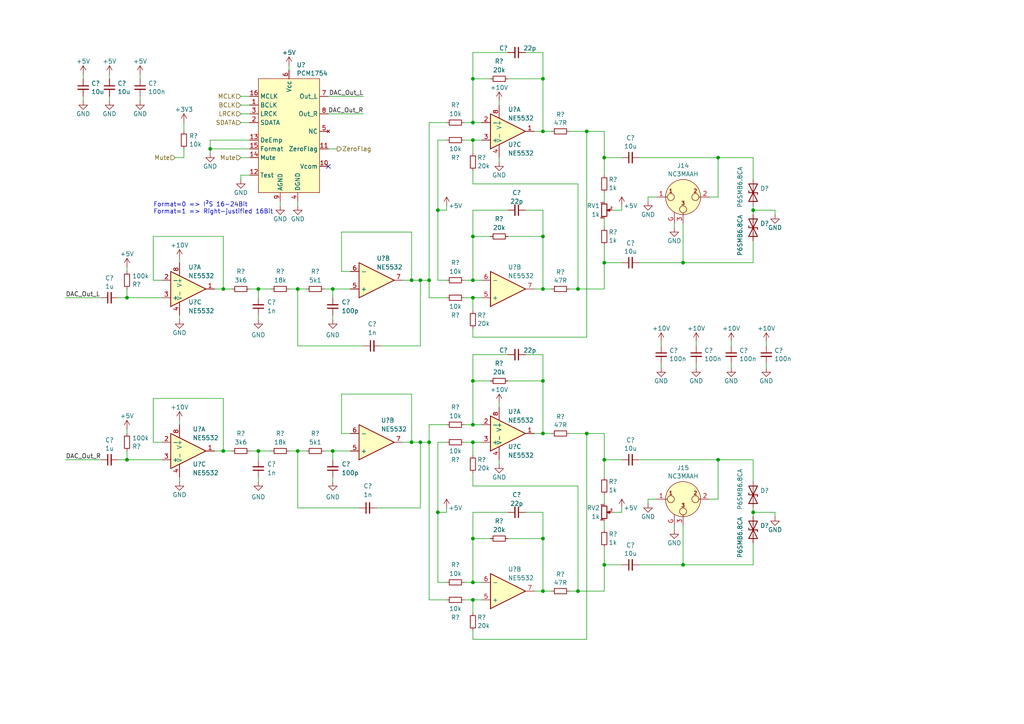
<source format=kicad_sch>
(kicad_sch (version 20230121) (generator eeschema)
  (paper "A4")
  (title_block (title "SmallDSP") (date "2023-10-12") (rev "1.1") (company "Till Heuer"))
  (junction (at 137.16 110.49))
  (junction (at 121.92 81.28))
  (junction (at 96.52 83.82))
  (junction (at 74.93 130.81))
  (junction (at 170.18 125.73))
  (junction (at 121.92 128.27))
  (junction (at 167.64 171.45))
  (junction (at 157.48 22.86))
  (junction (at 208.28 133.35))
  (junction (at 119.38 128.27))
  (junction (at 64.77 83.82))
  (junction (at 167.64 83.82))
  (junction (at 175.26 163.83))
  (junction (at 157.48 171.45))
  (junction (at 137.16 123.19))
  (junction (at 198.12 76.2))
  (junction (at 124.46 128.27))
  (junction (at 124.46 81.28))
  (junction (at 96.52 130.81))
  (junction (at 208.28 45.72))
  (junction (at 157.48 38.1))
  (junction (at 157.48 83.82))
  (junction (at 198.12 163.83))
  (junction (at 175.26 45.72))
  (junction (at 60.96 43.18))
  (junction (at 86.36 130.81))
  (junction (at 137.16 22.86))
  (junction (at 137.16 40.64))
  (junction (at 175.26 133.35))
  (junction (at 137.16 86.36))
  (junction (at 137.16 128.27))
  (junction (at 36.83 133.35))
  (junction (at 157.48 125.73))
  (junction (at 218.44 148.59))
  (junction (at 127 148.59))
  (junction (at 175.26 76.2))
  (junction (at 157.48 156.21))
  (junction (at 119.38 81.28))
  (junction (at 218.44 60.96))
  (junction (at 86.36 83.82))
  (junction (at 137.16 156.21))
  (junction (at 157.48 68.58))
  (junction (at 74.93 83.82))
  (junction (at 137.16 35.56))
  (junction (at 137.16 81.28))
  (junction (at 137.16 68.58))
  (junction (at 36.83 86.36))
  (junction (at 64.77 130.81))
  (junction (at 170.18 38.1))
  (junction (at 137.16 168.91))
  (junction (at 137.16 173.99))
  (junction (at 127 60.96))
  (junction (at 157.48 110.49))
  (no_connect (at 95.25 48.26))
  (wire (pts (xy 67.31 83.82) (xy 64.77 83.82)))
  (wire (pts (xy 31.75 27.94) (xy 31.75 29.21)))
  (wire (pts (xy 157.48 171.45) (xy 160.02 171.45)))
  (wire (pts (xy 152.4 15.24) (xy 157.48 15.24)))
  (wire (pts (xy 137.16 95.25) (xy 137.16 97.79)))
  (wire (pts (xy 137.16 148.59) (xy 137.16 156.21)))
  (wire (pts (xy 53.34 45.72) (xy 53.34 43.18)))
  (wire (pts (xy 95.25 33.02) (xy 105.41 33.02)))
  (wire (pts (xy 208.28 133.35) (xy 208.28 144.78)))
  (wire (pts (xy 180.34 148.59) (xy 177.8 148.59)))
  (wire (pts (xy 110.49 100.33) (xy 121.92 100.33)))
  (wire (pts (xy 201.93 105.41) (xy 201.93 106.68)))
  (wire (pts (xy 208.28 57.15) (xy 205.74 57.15)))
  (wire (pts (xy 74.93 83.82) (xy 72.39 83.82)))
  (wire (pts (xy 157.48 148.59) (xy 157.48 156.21)))
  (wire (pts (xy 175.26 133.35) (xy 180.34 133.35)))
  (wire (pts (xy 212.09 99.06) (xy 212.09 100.33)))
  (wire (pts (xy 157.48 156.21) (xy 157.48 171.45)))
  (wire (pts (xy 195.58 152.4) (xy 195.58 153.67)))
  (wire (pts (xy 137.16 168.91) (xy 139.7 168.91)))
  (wire (pts (xy 147.32 22.86) (xy 157.48 22.86)))
  (wire (pts (xy 34.29 86.36) (xy 36.83 86.36)))
  (wire (pts (xy 64.77 130.81) (xy 62.23 130.81)))
  (wire (pts (xy 36.83 125.73) (xy 36.83 124.46)))
  (wire (pts (xy 134.62 81.28) (xy 137.16 81.28)))
  (wire (pts (xy 185.42 133.35) (xy 208.28 133.35)))
  (wire (pts (xy 157.48 83.82) (xy 154.94 83.82)))
  (wire (pts (xy 218.44 60.96) (xy 224.79 60.96)))
  (wire (pts (xy 46.99 81.28) (xy 44.45 81.28)))
  (wire (pts (xy 121.92 81.28) (xy 124.46 81.28)))
  (wire (pts (xy 137.16 137.16) (xy 137.16 140.97)))
  (wire (pts (xy 86.36 100.33) (xy 105.41 100.33)))
  (wire (pts (xy 212.09 105.41) (xy 212.09 106.68)))
  (wire (pts (xy 157.48 38.1) (xy 154.94 38.1)))
  (wire (pts (xy 185.42 45.72) (xy 208.28 45.72)))
  (wire (pts (xy 86.36 130.81) (xy 83.82 130.81)))
  (wire (pts (xy 52.07 91.44) (xy 52.07 92.71)))
  (wire (pts (xy 157.48 110.49) (xy 157.48 125.73)))
  (wire (pts (xy 121.92 128.27) (xy 119.38 128.27)))
  (wire (pts (xy 175.26 151.13) (xy 175.26 153.67)))
  (wire (pts (xy 147.32 148.59) (xy 137.16 148.59)))
  (wire (pts (xy 137.16 185.42) (xy 170.18 185.42)))
  (wire (pts (xy 167.64 171.45) (xy 165.1 171.45)))
  (wire (pts (xy 44.45 115.57) (xy 64.77 115.57)))
  (wire (pts (xy 224.79 60.96) (xy 224.79 62.23)))
  (wire (pts (xy 60.96 43.18) (xy 72.39 43.18)))
  (wire (pts (xy 157.48 38.1) (xy 160.02 38.1)))
  (wire (pts (xy 208.28 144.78) (xy 205.74 144.78)))
  (wire (pts (xy 129.54 60.96) (xy 127 60.96)))
  (wire (pts (xy 96.52 83.82) (xy 96.52 86.36)))
  (wire (pts (xy 64.77 68.58) (xy 64.77 83.82)))
  (wire (pts (xy 124.46 128.27) (xy 124.46 123.19)))
  (wire (pts (xy 218.44 59.69) (xy 218.44 60.96)))
  (wire (pts (xy 218.44 133.35) (xy 208.28 133.35)))
  (wire (pts (xy 137.16 68.58) (xy 137.16 81.28)))
  (wire (pts (xy 124.46 173.99) (xy 124.46 128.27)))
  (wire (pts (xy 180.34 163.83) (xy 175.26 163.83)))
  (wire (pts (xy 187.96 144.78) (xy 187.96 146.05)))
  (wire (pts (xy 127 168.91) (xy 129.54 168.91)))
  (wire (pts (xy 53.34 38.1) (xy 53.34 35.56)))
  (wire (pts (xy 137.16 110.49) (xy 137.16 123.19)))
  (wire (pts (xy 167.64 140.97) (xy 167.64 171.45)))
  (wire (pts (xy 99.06 114.3) (xy 99.06 125.73)))
  (wire (pts (xy 134.62 168.91) (xy 137.16 168.91)))
  (wire (pts (xy 40.64 21.59) (xy 40.64 22.86)))
  (wire (pts (xy 121.92 128.27) (xy 124.46 128.27)))
  (wire (pts (xy 175.26 133.35) (xy 175.26 138.43)))
  (wire (pts (xy 142.24 110.49) (xy 137.16 110.49)))
  (wire (pts (xy 127 148.59) (xy 127 168.91)))
  (wire (pts (xy 129.54 147.32) (xy 129.54 148.59)))
  (wire (pts (xy 167.64 53.34) (xy 167.64 83.82)))
  (wire (pts (xy 69.85 33.02) (xy 72.39 33.02)))
  (wire (pts (xy 137.16 156.21) (xy 137.16 168.91)))
  (wire (pts (xy 127 60.96) (xy 127 81.28)))
  (wire (pts (xy 95.25 43.18) (xy 97.79 43.18)))
  (wire (pts (xy 50.8 45.72) (xy 53.34 45.72)))
  (wire (pts (xy 69.85 30.48) (xy 72.39 30.48)))
  (wire (pts (xy 224.79 148.59) (xy 224.79 149.86)))
  (wire (pts (xy 121.92 147.32) (xy 121.92 128.27)))
  (wire (pts (xy 147.32 102.87) (xy 137.16 102.87)))
  (wire (pts (xy 137.16 182.88) (xy 137.16 185.42)))
  (wire (pts (xy 198.12 163.83) (xy 185.42 163.83)))
  (wire (pts (xy 36.83 86.36) (xy 36.83 83.82)))
  (wire (pts (xy 137.16 40.64) (xy 139.7 40.64)))
  (wire (pts (xy 134.62 40.64) (xy 137.16 40.64)))
  (wire (pts (xy 144.78 45.72) (xy 144.78 46.99)))
  (wire (pts (xy 60.96 40.64) (xy 72.39 40.64)))
  (wire (pts (xy 218.44 139.7) (xy 218.44 133.35)))
  (wire (pts (xy 218.44 52.07) (xy 218.44 45.72)))
  (wire (pts (xy 36.83 86.36) (xy 46.99 86.36)))
  (wire (pts (xy 99.06 67.31) (xy 119.38 67.31)))
  (wire (pts (xy 119.38 114.3) (xy 99.06 114.3)))
  (wire (pts (xy 218.44 148.59) (xy 218.44 149.86)))
  (wire (pts (xy 180.34 59.69) (xy 180.34 60.96)))
  (wire (pts (xy 137.16 140.97) (xy 167.64 140.97)))
  (wire (pts (xy 137.16 22.86) (xy 137.16 35.56)))
  (wire (pts (xy 170.18 185.42) (xy 170.18 125.73)))
  (wire (pts (xy 195.58 64.77) (xy 195.58 66.04)))
  (wire (pts (xy 119.38 67.31) (xy 119.38 81.28)))
  (wire (pts (xy 96.52 139.7) (xy 96.52 138.43)))
  (wire (pts (xy 124.46 35.56) (xy 129.54 35.56)))
  (wire (pts (xy 124.46 123.19) (xy 129.54 123.19)))
  (wire (pts (xy 64.77 115.57) (xy 64.77 130.81)))
  (wire (pts (xy 137.16 97.79) (xy 170.18 97.79)))
  (wire (pts (xy 124.46 81.28) (xy 124.46 86.36)))
  (wire (pts (xy 152.4 60.96) (xy 157.48 60.96)))
  (wire (pts (xy 124.46 81.28) (xy 124.46 35.56)))
  (wire (pts (xy 175.26 63.5) (xy 175.26 66.04)))
  (wire (pts (xy 36.83 133.35) (xy 36.83 130.81)))
  (wire (pts (xy 218.44 147.32) (xy 218.44 148.59)))
  (wire (pts (xy 86.36 147.32) (xy 104.14 147.32)))
  (wire (pts (xy 44.45 81.28) (xy 44.45 68.58)))
  (wire (pts (xy 46.99 128.27) (xy 44.45 128.27)))
  (wire (pts (xy 157.48 171.45) (xy 154.94 171.45)))
  (wire (pts (xy 121.92 81.28) (xy 119.38 81.28)))
  (wire (pts (xy 137.16 128.27) (xy 139.7 128.27)))
  (wire (pts (xy 152.4 102.87) (xy 157.48 102.87)))
  (wire (pts (xy 147.32 15.24) (xy 137.16 15.24)))
  (wire (pts (xy 175.26 125.73) (xy 175.26 133.35)))
  (wire (pts (xy 157.48 83.82) (xy 160.02 83.82)))
  (wire (pts (xy 191.77 99.06) (xy 191.77 100.33)))
  (wire (pts (xy 69.85 52.07) (xy 69.85 50.8)))
  (wire (pts (xy 52.07 138.43) (xy 52.07 139.7)))
  (wire (pts (xy 170.18 97.79) (xy 170.18 38.1)))
  (wire (pts (xy 116.84 81.28) (xy 119.38 81.28)))
  (wire (pts (xy 152.4 148.59) (xy 157.48 148.59)))
  (wire (pts (xy 137.16 35.56) (xy 139.7 35.56)))
  (wire (pts (xy 198.12 76.2) (xy 185.42 76.2)))
  (wire (pts (xy 40.64 27.94) (xy 40.64 29.21)))
  (wire (pts (xy 137.16 60.96) (xy 137.16 68.58)))
  (wire (pts (xy 69.85 45.72) (xy 72.39 45.72)))
  (wire (pts (xy 142.24 22.86) (xy 137.16 22.86)))
  (wire (pts (xy 44.45 128.27) (xy 44.45 115.57)))
  (wire (pts (xy 69.85 50.8) (xy 72.39 50.8)))
  (wire (pts (xy 86.36 130.81) (xy 86.36 147.32)))
  (wire (pts (xy 127 40.64) (xy 129.54 40.64)))
  (wire (pts (xy 175.26 163.83) (xy 175.26 171.45)))
  (wire (pts (xy 191.77 105.41) (xy 191.77 106.68)))
  (wire (pts (xy 147.32 110.49) (xy 157.48 110.49)))
  (wire (pts (xy 157.48 68.58) (xy 157.48 83.82)))
  (wire (pts (xy 60.96 43.18) (xy 60.96 44.45)))
  (wire (pts (xy 124.46 173.99) (xy 129.54 173.99)))
  (wire (pts (xy 129.54 59.69) (xy 129.54 60.96)))
  (wire (pts (xy 127 81.28) (xy 129.54 81.28)))
  (wire (pts (xy 24.13 27.94) (xy 24.13 29.21)))
  (wire (pts (xy 147.32 68.58) (xy 157.48 68.58)))
  (wire (pts (xy 121.92 81.28) (xy 121.92 100.33)))
  (wire (pts (xy 95.25 27.94) (xy 105.41 27.94)))
  (wire (pts (xy 137.16 49.53) (xy 137.16 53.34)))
  (wire (pts (xy 127 128.27) (xy 129.54 128.27)))
  (wire (pts (xy 81.28 58.42) (xy 81.28 59.69)))
  (wire (pts (xy 175.26 45.72) (xy 175.26 38.1)))
  (wire (pts (xy 218.44 60.96) (xy 218.44 62.23)))
  (wire (pts (xy 142.24 68.58) (xy 137.16 68.58)))
  (wire (pts (xy 180.34 147.32) (xy 180.34 148.59)))
  (wire (pts (xy 190.5 57.15) (xy 187.96 57.15)))
  (wire (pts (xy 44.45 68.58) (xy 64.77 68.58)))
  (wire (pts (xy 175.26 158.75) (xy 175.26 163.83)))
  (wire (pts (xy 99.06 125.73) (xy 101.6 125.73)))
  (wire (pts (xy 69.85 27.94) (xy 72.39 27.94)))
  (wire (pts (xy 69.85 35.56) (xy 72.39 35.56)))
  (wire (pts (xy 218.44 163.83) (xy 198.12 163.83)))
  (wire (pts (xy 134.62 173.99) (xy 137.16 173.99)))
  (wire (pts (xy 88.9 130.81) (xy 86.36 130.81)))
  (wire (pts (xy 218.44 45.72) (xy 208.28 45.72)))
  (wire (pts (xy 24.13 21.59) (xy 24.13 22.86)))
  (wire (pts (xy 157.48 60.96) (xy 157.48 68.58)))
  (wire (pts (xy 96.52 130.81) (xy 96.52 133.35)))
  (wire (pts (xy 218.44 76.2) (xy 198.12 76.2)))
  (wire (pts (xy 144.78 133.35) (xy 144.78 134.62)))
  (wire (pts (xy 134.62 128.27) (xy 137.16 128.27)))
  (wire (pts (xy 137.16 53.34) (xy 167.64 53.34)))
  (wire (pts (xy 109.22 147.32) (xy 121.92 147.32)))
  (wire (pts (xy 157.48 125.73) (xy 154.94 125.73)))
  (wire (pts (xy 167.64 83.82) (xy 165.1 83.82)))
  (wire (pts (xy 165.1 125.73) (xy 170.18 125.73)))
  (wire (pts (xy 175.26 83.82) (xy 167.64 83.82)))
  (wire (pts (xy 46.99 133.35) (xy 36.83 133.35)))
  (wire (pts (xy 83.82 19.05) (xy 83.82 20.32)))
  (wire (pts (xy 134.62 35.56) (xy 137.16 35.56)))
  (wire (pts (xy 147.32 156.21) (xy 157.48 156.21)))
  (wire (pts (xy 208.28 45.72) (xy 208.28 57.15)))
  (wire (pts (xy 142.24 156.21) (xy 137.16 156.21)))
  (wire (pts (xy 74.93 130.81) (xy 74.93 133.35)))
  (wire (pts (xy 88.9 83.82) (xy 86.36 83.82)))
  (wire (pts (xy 137.16 40.64) (xy 137.16 44.45)))
  (wire (pts (xy 29.21 86.36) (xy 19.05 86.36)))
  (wire (pts (xy 175.26 76.2) (xy 175.26 83.82)))
  (wire (pts (xy 86.36 58.42) (xy 86.36 59.69)))
  (wire (pts (xy 34.29 133.35) (xy 36.83 133.35)))
  (wire (pts (xy 74.93 83.82) (xy 74.93 86.36)))
  (wire (pts (xy 175.26 55.88) (xy 175.26 58.42)))
  (wire (pts (xy 157.48 125.73) (xy 160.02 125.73)))
  (wire (pts (xy 119.38 128.27) (xy 119.38 114.3)))
  (wire (pts (xy 170.18 125.73) (xy 175.26 125.73)))
  (wire (pts (xy 175.26 71.12) (xy 175.26 76.2)))
  (wire (pts (xy 144.78 116.84) (xy 144.78 118.11)))
  (wire (pts (xy 180.34 76.2) (xy 175.26 76.2)))
  (wire (pts (xy 60.96 40.64) (xy 60.96 43.18)))
  (wire (pts (xy 137.16 102.87) (xy 137.16 110.49)))
  (wire (pts (xy 175.26 45.72) (xy 180.34 45.72)))
  (wire (pts (xy 101.6 130.81) (xy 96.52 130.81)))
  (wire (pts (xy 127 128.27) (xy 127 148.59)))
  (wire (pts (xy 137.16 15.24) (xy 137.16 22.86)))
  (wire (pts (xy 86.36 83.82) (xy 86.36 100.33)))
  (wire (pts (xy 137.16 86.36) (xy 139.7 86.36)))
  (wire (pts (xy 137.16 173.99) (xy 139.7 173.99)))
  (wire (pts (xy 190.5 144.78) (xy 187.96 144.78)))
  (wire (pts (xy 198.12 152.4) (xy 198.12 163.83)))
  (wire (pts (xy 137.16 123.19) (xy 139.7 123.19)))
  (wire (pts (xy 31.75 21.59) (xy 31.75 22.86)))
  (wire (pts (xy 52.07 121.92) (xy 52.07 123.19)))
  (wire (pts (xy 170.18 38.1) (xy 175.26 38.1)))
  (wire (pts (xy 180.34 60.96) (xy 177.8 60.96)))
  (wire (pts (xy 198.12 64.77) (xy 198.12 76.2)))
  (wire (pts (xy 201.93 99.06) (xy 201.93 100.33)))
  (wire (pts (xy 157.48 102.87) (xy 157.48 110.49)))
  (wire (pts (xy 175.26 143.51) (xy 175.26 146.05)))
  (wire (pts (xy 74.93 130.81) (xy 72.39 130.81)))
  (wire (pts (xy 165.1 38.1) (xy 170.18 38.1)))
  (wire (pts (xy 222.25 99.06) (xy 222.25 100.33)))
  (wire (pts (xy 74.93 83.82) (xy 78.74 83.82)))
  (wire (pts (xy 86.36 83.82) (xy 83.82 83.82)))
  (wire (pts (xy 218.44 69.85) (xy 218.44 76.2)))
  (wire (pts (xy 52.07 74.93) (xy 52.07 76.2)))
  (wire (pts (xy 137.16 81.28) (xy 139.7 81.28)))
  (wire (pts (xy 29.21 133.35) (xy 19.05 133.35)))
  (wire (pts (xy 157.48 22.86) (xy 157.48 38.1)))
  (wire (pts (xy 64.77 83.82) (xy 62.23 83.82)))
  (wire (pts (xy 144.78 29.21) (xy 144.78 30.48)))
  (wire (pts (xy 147.32 60.96) (xy 137.16 60.96)))
  (wire (pts (xy 218.44 148.59) (xy 224.79 148.59)))
  (wire (pts (xy 127 40.64) (xy 127 60.96)))
  (wire (pts (xy 99.06 78.74) (xy 101.6 78.74)))
  (wire (pts (xy 137.16 128.27) (xy 137.16 132.08)))
  (wire (pts (xy 129.54 148.59) (xy 127 148.59)))
  (wire (pts (xy 137.16 173.99) (xy 137.16 177.8)))
  (wire (pts (xy 175.26 45.72) (xy 175.26 50.8)))
  (wire (pts (xy 74.93 92.71) (xy 74.93 91.44)))
  (wire (pts (xy 137.16 86.36) (xy 137.16 90.17)))
  (wire (pts (xy 134.62 123.19) (xy 137.16 123.19)))
  (wire (pts (xy 124.46 86.36) (xy 129.54 86.36)))
  (wire (pts (xy 36.83 78.74) (xy 36.83 77.47)))
  (wire (pts (xy 175.26 171.45) (xy 167.64 171.45)))
  (wire (pts (xy 187.96 57.15) (xy 187.96 58.42)))
  (wire (pts (xy 74.93 130.81) (xy 78.74 130.81)))
  (wire (pts (xy 96.52 83.82) (xy 93.98 83.82)))
  (wire (pts (xy 96.52 130.81) (xy 93.98 130.81)))
  (wire (pts (xy 157.48 15.24) (xy 157.48 22.86)))
  (wire (pts (xy 134.62 86.36) (xy 137.16 86.36)))
  (wire (pts (xy 96.52 83.82) (xy 101.6 83.82)))
  (wire (pts (xy 222.25 105.41) (xy 222.25 106.68)))
  (wire (pts (xy 218.44 157.48) (xy 218.44 163.83)))
  (wire (pts (xy 99.06 67.31) (xy 99.06 78.74)))
  (wire (pts (xy 67.31 130.81) (xy 64.77 130.81)))
  (wire (pts (xy 74.93 139.7) (xy 74.93 138.43)))
  (wire (pts (xy 119.38 128.27) (xy 116.84 128.27)))
  (wire (pts (xy 96.52 92.71) (xy 96.52 91.44)))
  (text "Format=0 => I²S 16-24Bit\nFormat=1 => Right-justified 16Bit" (at 44.45 62.23 0) (effects (font (size 1.27 1.27)) (justify left bottom)))
  (label "DAC_Out_L" (at 105.41 27.94 180))
  (label "DAC_Out_R" (at 19.05 133.35 0))
  (label "DAC_Out_R" (at 105.41 33.02 180))
  (label "DAC_Out_L" (at 19.05 86.36 0))
  (hierarchical_label "MCLK" (shape input) (at 69.85 27.94 180))
  (hierarchical_label "SDATA" (shape input) (at 69.85 35.56 180))
  (hierarchical_label "Mute" (shape input) (at 69.85 45.72 180))
  (hierarchical_label "BCLK" (shape input) (at 69.85 30.48 180))
  (hierarchical_label "ZeroFlag" (shape output) (at 97.79 43.18 0))
  (hierarchical_label "Mute" (shape input) (at 50.8 45.72 180))
  (hierarchical_label "LRCK" (shape input) (at 69.85 33.02 180))
  (symbol (lib_id "Device:R_Small") (at 162.56 38.1 270) (mirror x) (unit 1)
    (property "Reference" "R?" (at 162.56 33.2191 90))
    (property "Value" "47R" (at 162.56 35.6433 90))
    (property "Footprint" "Resistor_SMD:R_0402_1005Metric" (effects hide))
    (property "Assembling" "X" (effects hide))
    (property "Manufacturer" "UNI-ROYAL(Uniroyal Elec)" (effects hide))
    (property "Rated Power" "62.5mW" (effects hide))
    (property "Part Number" "0402WGF470JTCE" (effects hide))
    (property "Tolerance" "1%" (effects hide))
    (property "LCSC Part #" "C25118" (effects hide))
    (instances (project "SmallDSPDual" (path "" (reference "R?") (unit 1)) (path "" (reference "R?") (unit 1)) (path "" (reference "R68") (unit 1))))
  )
  (symbol (lib_id "Device:R_Small") (at 132.08 173.99 270) (mirror x) (unit 1)
    (property "Reference" "R?" (at 132.08 179.07 90))
    (property "Value" "10k" (at 132.08 176.53 90))
    (property "Footprint" "Resistor_SMD:R_0402_1005Metric" (effects hide))
    (property "Assembling" "X" (effects hide))
    (property "Manufacturer" "UNI-ROYAL(Uniroyal Elec)" (effects hide))
    (property "Rated Power" "62.5mW" (effects hide))
    (property "Part Number" "0402WGF1002TCE" (effects hide))
    (property "Tolerance" "1%" (effects hide))
    (property "LCSC Part #" "C25744" (effects hide))
    (instances (project "SmallDSPDual" (path "" (reference "R?") (unit 1)) (path "" (reference "R59") (unit 1))))
  )
  (symbol (lib_id "power:+10V") (at 144.78 116.84 0) (unit 1)
    (property "Reference" "#PWR?" (effects hide))
    (property "Value" "+10V" (at 144.78 113.03 0))
    (instances (project "SmallDSPDual" (path "" (reference "#PWR?") (unit 1)) (path "" (reference "#PWR?") (unit 1)) (path "" (reference "#PWR?") (unit 1)) (path "" (reference "#PWR0144") (unit 1))))
  )
  (symbol (lib_id "power:+5V") (at 31.75 21.59 0) (unit 1)
    (property "Reference" "#PWR?" (effects hide))
    (property "Value" "+5V" (at 31.75 17.78 0))
    (instances (project "SmallDSPDual" (path "" (reference "#PWR?") (unit 1)) (path "" (reference "#PWR0120") (unit 1))))
  )
  (symbol (lib_id "Device:R_Small") (at 162.56 125.73 270) (mirror x) (unit 1)
    (property "Reference" "R?" (at 162.56 120.8491 90))
    (property "Value" "47R" (at 162.56 123.2733 90))
    (property "Footprint" "Resistor_SMD:R_0402_1005Metric" (effects hide))
    (property "Assembling" "X" (effects hide))
    (property "Manufacturer" "UNI-ROYAL(Uniroyal Elec)" (effects hide))
    (property "Rated Power" "62.5mW" (effects hide))
    (property "Part Number" "0402WGF470JTCE" (effects hide))
    (property "Tolerance" "1%" (effects hide))
    (property "LCSC Part #" "C25118" (effects hide))
    (instances (project "SmallDSPDual" (path "" (reference "R?") (unit 1)) (path "" (reference "R?") (unit 1)) (path "" (reference "R70") (unit 1))))
  )
  (symbol (lib_id "power:GND") (at 187.96 58.42 0) (unit 1)
    (property "Reference" "#PWR?" (effects hide))
    (property "Value" "GND" (at 187.96 62.23 0))
    (instances (project "SmallDSPDual" (path "" (reference "#PWR?") (unit 1)) (path "" (reference "#PWR0148") (unit 1))))
  )
  (symbol (lib_id "power:+5V") (at 180.34 59.69 0) (mirror y) (unit 1)
    (property "Reference" "#PWR?" (effects hide))
    (property "Value" "+5V" (at 182.88 59.69 0))
    (instances (project "SmallDSPDual" (path "" (reference "#PWR?") (unit 1)) (path "" (reference "#PWR?") (unit 1)) (path "" (reference "#PWR0146") (unit 1))))
  )
  (symbol (lib_id "Device:D_TVS") (at 218.44 153.67 90) (unit 1)
    (property "Reference" "D?" (at 220.472 152.4579 90) (effects (justify right)))
    (property "Value" "P6SMB6.8CA" (at 214.63 149.86 0) (effects (justify right)))
    (property "Footprint" "Diode_SMD:D_SMB" (effects hide))
    (property "Assembling" "X" (effects hide))
    (property "Manufacturer" "Brightking" (effects hide))
    (property "Part Number" "P6SMB6.8CA/TR13" (effects hide))
    (property "LCSC Part #" "C78395" (effects hide))
    (instances (project "SmallDSPDual" (path "" (reference "D?") (unit 1)) (path "" (reference "D15") (unit 1))))
  )
  (symbol (lib_id "power:+5V") (at 129.54 147.32 0) (mirror y) (unit 1)
    (property "Reference" "#PWR?" (effects hide))
    (property "Value" "+5V" (at 132.08 147.32 0))
    (instances (project "SmallDSPDual" (path "" (reference "#PWR?") (unit 1)) (path "" (reference "#PWR?") (unit 1)) (path "" (reference "#PWR0141") (unit 1))))
  )
  (symbol (lib_id "Device:Opamp_Dual") (at 147.32 83.82 0) (mirror x) (unit 2)
    (property "Reference" "U?" (at 147.32 77.47 0) (effects (justify left)))
    (property "Value" "NE5532" (at 147.32 80.01 0) (effects (justify left)))
    (property "Footprint" "Package_SO:SOIC-8_3.9x4.9mm_P1.27mm" (effects hide))
    (property "Manufacturer" "Texas Instruments" (effects hide))
    (property "Part Number" "NE5532DR" (effects hide))
    (property "Assembling" "X" (effects hide))
    (property "LCSC Part #" "C7426" (effects hide))
    (instances (project "SmallDSPDual" (path "" (reference "U?") (unit 2)) (path "" (reference "U11") (unit 2))))
  )
  (symbol (lib_id "Device:Opamp_Dual") (at 109.22 128.27 0) (mirror x) (unit 2)
    (property "Reference" "U?" (at 110.49 121.92 0) (effects (justify left)))
    (property "Value" "NE5532" (at 110.49 124.46 0) (effects (justify left)))
    (property "Footprint" "Package_SO:SOIC-8_3.9x4.9mm_P1.27mm" (effects hide))
    (property "Manufacturer" "Texas Instruments" (effects hide))
    (property "Part Number" "NE5532DR" (effects hide))
    (property "Notes" "Cheaper and better ROHM LM4565" (effects hide))
    (property "Assembling" "X" (effects hide))
    (property "LCSC Part #" "C7426" (effects hide))
    (instances (project "BluetoothAudio" (path "" (reference "U?") (unit 2))) (project "SmallDSPDual" (path "" (reference "U9") (unit 2))) (project "Active_Monitor_Router" (path "" (reference "U?") (unit 2)) (path "" (reference "U?") (unit 2)) (path "" (reference "U?") (unit 2))))
  )
  (symbol (lib_id "Device:R_Potentiometer_Small") (at 175.26 60.96 0) (unit 1)
    (property "Reference" "RV1" (at 173.99 59.69 0) (effects (justify right)))
    (property "Value" "1k" (at 173.99 62.23 0) (effects (justify right)))
    (property "Footprint" "1_Project_Footprints:Potentiometer_Nidec_ST4ETB_Vertical" (effects hide))
    (property "Manufacturer" "Nidec" (effects hide))
    (property "Part Number" "ST-4ETB102" (effects hide))
    (property "Rated Current" "100mA" (effects hide))
    (property "Rated Power" "250mW" (effects hide))
  )
  (symbol (lib_id "Device:C_Small") (at 74.93 88.9 180) (unit 1)
    (property "Reference" "C?" (at 77.47 87.6235 0) (effects (justify right)))
    (property "Value" "1n" (at 77.47 90.1635 0) (effects (justify right)))
    (property "Footprint" "Capacitor_SMD:C_0603_1608Metric" (effects hide))
    (property "Manufacturer" "Samsung Electro-Mechanics" (effects hide))
    (property "Part Number" "CL10B102KB8NNNC" (effects hide))
    (property "Dielectric" "X7R" (effects hide))
    (property "Rated Voltage" "50V" (effects hide))
    (property "Tolerance" "10%" (effects hide))
    (property "Notes" "C0G better but not a JLC basic Part" (effects hide))
    (property "Assembling" "X" (effects hide))
    (property "LCSC Part #" "C1588" (effects hide))
    (instances (project "BluetoothAudio" (path "" (reference "C?") (unit 1))) (project "SmallDSPDual" (path "" (reference "C34") (unit 1))) (project "Active_Monitor_Router" (path "" (reference "C?") (unit 1)) (path "" (reference "C?") (unit 1)) (path "" (reference "C?") (unit 1))))
  )
  (symbol (lib_id "power:GND") (at 187.96 146.05 0) (unit 1)
    (property "Reference" "#PWR?" (effects hide))
    (property "Value" "GND" (at 187.96 149.86 0))
    (instances (project "SmallDSPDual" (path "" (reference "#PWR?") (unit 1)) (path "" (reference "#PWR0149") (unit 1))))
  )
  (symbol (lib_id "Device:Opamp_Dual") (at 147.32 125.73 0) (unit 3)
    (property "Reference" "U?" (at 147.32 129.54 0) (effects (justify left)))
    (property "Value" "NE5532" (at 147.32 132.08 0) (effects (justify left)))
    (property "Footprint" "Package_SO:SOIC-8_3.9x4.9mm_P1.27mm" (effects hide))
    (property "Manufacturer" "Texas Instruments" (effects hide))
    (property "Part Number" "NE5532DR" (effects hide))
    (property "Assembling" "X" (effects hide))
    (property "LCSC Part #" "C7426" (effects hide))
    (instances (project "SmallDSPDual" (path "" (reference "U?") (unit 3)) (path "" (reference "U12") (unit 3))))
  )
  (symbol (lib_id "Device:R_Small") (at 132.08 35.56 270) (unit 1)
    (property "Reference" "R?" (at 132.08 30.48 90))
    (property "Value" "10k" (at 132.08 33.02 90))
    (property "Footprint" "Resistor_SMD:R_0402_1005Metric" (effects hide))
    (property "Assembling" "X" (effects hide))
    (property "Manufacturer" "UNI-ROYAL(Uniroyal Elec)" (effects hide))
    (property "Rated Power" "62.5mW" (effects hide))
    (property "Part Number" "0402WGF1002TCE" (effects hide))
    (property "Tolerance" "1%" (effects hide))
    (property "LCSC Part #" "C25744" (effects hide))
    (instances (project "SmallDSPDual" (path "" (reference "R?") (unit 1)) (path "" (reference "R52") (unit 1))))
  )
  (symbol (lib_id "Device:C_Small") (at 149.86 60.96 270) (unit 1)
    (property "Reference" "C?" (at 149.86 55.88 90))
    (property "Value" "22p" (at 149.86 58.42 90))
    (property "Footprint" "Capacitor_SMD:C_0402_1005Metric" (effects hide))
    (property "Manufacturer" "FH (Guangdong Fenghua Advanced Tech)" (effects hide))
    (property "Part Number" "0402CG220J500NT" (effects hide))
    (property "Dielectric" "C0G" (effects hide))
    (property "Rated Voltage" "50V" (effects hide))
    (property "Tolerance" "5%" (effects hide))
    (property "Assembling" "X" (effects hide))
    (property "LCSC Part #" "C1555" (effects hide))
    (instances (project "BluetoothAudio" (path "" (reference "C?") (unit 1))) (project "SmallDSPDual" (path "" (reference "C41") (unit 1))) (project "Active_Monitor_Router" (path "" (reference "C?") (unit 1)) (path "" (reference "C?") (unit 1)) (path "" (reference "C?") (unit 1))))
  )
  (symbol (lib_id "Device:R_Small") (at 175.26 156.21 0) (mirror y) (unit 1)
    (property "Reference" "R?" (at 176.53 154.94 0) (effects (justify right)))
    (property "Value" "1k" (at 176.53 157.3642 0) (effects (justify right)))
    (property "Footprint" "Resistor_SMD:R_0402_1005Metric" (effects hide))
    (property "Assembling" "X" (effects hide))
    (property "Manufacturer" "UNI-ROYAL(Uniroyal Elec)" (effects hide))
    (property "Rated Power" "62.5mW" (effects hide))
    (property "Part Number" "0402WGF1001TCE" (effects hide))
    (property "Tolerance" "1%" (effects hide))
    (property "LCSC Part #" "C11702" (effects hide))
    (instances (project "SmallDSPDual" (path "" (reference "R?") (unit 1)) (path "" (reference "R?") (unit 1)) (path "" (reference "R75") (unit 1))))
  )
  (symbol (lib_id "power:GND") (at 96.52 92.71 0) (unit 1)
    (property "Reference" "#PWR?" (effects hide))
    (property "Value" "GND" (at 96.52 97.1534 0))
    (instances (project "BluetoothAudio" (path "" (reference "#PWR?") (unit 1))) (project "SmallDSPDual" (path "" (reference "#PWR0138") (unit 1))) (project "Active_Monitor_Router" (path "" (reference "#PWR?") (unit 1)) (path "" (reference "#PWR?") (unit 1)) (path "" (reference "#PWR?") (unit 1))))
  )
  (symbol (lib_id "Device:R_Small") (at 175.26 140.97 0) (mirror y) (unit 1)
    (property "Reference" "R?" (at 176.53 139.7 0) (effects (justify right)))
    (property "Value" "1k" (at 176.53 142.1242 0) (effects (justify right)))
    (property "Footprint" "Resistor_SMD:R_0402_1005Metric" (effects hide))
    (property "Assembling" "X" (effects hide))
    (property "Manufacturer" "UNI-ROYAL(Uniroyal Elec)" (effects hide))
    (property "Rated Power" "62.5mW" (effects hide))
    (property "Part Number" "0402WGF1001TCE" (effects hide))
    (property "Tolerance" "1%" (effects hide))
    (property "LCSC Part #" "C11702" (effects hide))
    (instances (project "SmallDSPDual" (path "" (reference "R?") (unit 1)) (path "" (reference "R?") (unit 1)) (path "" (reference "R74") (unit 1))))
  )
  (symbol (lib_id "power:GND") (at 86.36 59.69 0) (unit 1)
    (property "Reference" "#PWR?" (effects hide))
    (property "Value" "GND" (at 86.36 63.5 0))
    (instances (project "SmallDSPDual" (path "" (reference "#PWR?") (unit 1)) (path "" (reference "#PWR0137") (unit 1))))
  )
  (symbol (lib_id "power:+5V") (at 24.13 21.59 0) (unit 1)
    (property "Reference" "#PWR?" (effects hide))
    (property "Value" "+5V" (at 24.13 17.78 0))
    (instances (project "SmallDSPDual" (path "" (reference "#PWR?") (unit 1)) (path "" (reference "#PWR0118") (unit 1))))
  )
  (symbol (lib_id "Device:R_Small") (at 91.44 130.81 270) (unit 1)
    (property "Reference" "R?" (at 91.44 125.73 90))
    (property "Value" "5k1" (at 91.44 128.27 90))
    (property "Footprint" "Resistor_SMD:R_0402_1005Metric" (effects hide))
    (property "Manufacturer" "UNI-ROYAL(Uniroyal Elec)" (effects hide))
    (property "Part Number" "0402WGF5101TCE" (effects hide))
    (property "Tolerance" "1%" (effects hide))
    (property "Assembling" "X" (effects hide))
    (property "Rated Power" "62.5mW" (effects hide))
    (property "LCSC Part #" "C25905" (effects hide))
    (instances (project "BluetoothAudio" (path "" (reference "R?") (unit 1))) (project "SmallDSPDual" (path "" (reference "R51") (unit 1))) (project "Active_Monitor_Router" (path "" (reference "R?") (unit 1)) (path "" (reference "R?") (unit 1)) (path "" (reference "R?") (unit 1))))
  )
  (symbol (lib_id "Device:R_Small") (at 81.28 130.81 270) (unit 1)
    (property "Reference" "R?" (at 81.28 125.73 90))
    (property "Value" "18k" (at 81.28 128.27 90))
    (property "Footprint" "Resistor_SMD:R_0402_1005Metric" (effects hide))
    (property "Manufacturer" "UNI-ROYAL(Uniroyal Elec)" (effects hide))
    (property "Part Number" "0402WGF1802TCE" (effects hide))
    (property "Tolerance" "1%" (effects hide))
    (property "Assembling" "X" (effects hide))
    (property "Rated Power" "62.5mW" (effects hide))
    (property "LCSC Part #" "C25762" (effects hide))
    (instances (project "BluetoothAudio" (path "" (reference "R?") (unit 1))) (project "SmallDSPDual" (path "" (reference "R49") (unit 1))) (project "Active_Monitor_Router" (path "" (reference "R?") (unit 1)) (path "" (reference "R?") (unit 1)) (path "" (reference "R?") (unit 1))))
  )
  (symbol (lib_id "power:+10V") (at 191.77 99.06 0) (unit 1)
    (property "Reference" "#PWR?" (effects hide))
    (property "Value" "+10V" (at 191.77 95.25 0))
    (instances (project "SmallDSPDual" (path "" (reference "#PWR?") (unit 1)) (path "" (reference "#PWR?") (unit 1)) (path "" (reference "#PWR?") (unit 1)) (path "" (reference "#PWR0150") (unit 1))))
  )
  (symbol (lib_id "Device:D_TVS") (at 218.44 55.88 90) (unit 1)
    (property "Reference" "D?" (at 220.472 54.6679 90) (effects (justify right)))
    (property "Value" "P6SMB6.8CA" (at 214.63 48.26 0) (effects (justify right)))
    (property "Footprint" "Diode_SMD:D_SMB" (effects hide))
    (property "Assembling" "X" (effects hide))
    (property "Manufacturer" "Brightking" (effects hide))
    (property "Part Number" "P6SMB6.8CA/TR13" (effects hide))
    (property "LCSC Part #" "C78395" (effects hide))
    (instances (project "SmallDSPDual" (path "" (reference "D?") (unit 1)) (path "" (reference "D12") (unit 1))))
  )
  (symbol (lib_id "power:GND") (at 144.78 134.62 0) (unit 1)
    (property "Reference" "#PWR?" (effects hide))
    (property "Value" "GND" (at 144.78 138.43 0))
    (instances (project "SmallDSPDual" (path "" (reference "#PWR?") (unit 1)) (path "" (reference "#PWR0145") (unit 1))))
  )
  (symbol (lib_id "Device:D_TVS") (at 218.44 66.04 90) (unit 1)
    (property "Reference" "D?" (at 220.472 64.8279 90) (effects (justify right)))
    (property "Value" "P6SMB6.8CA" (at 214.63 62.23 0) (effects (justify right)))
    (property "Footprint" "Diode_SMD:D_SMB" (effects hide))
    (property "Assembling" "X" (effects hide))
    (property "Manufacturer" "Brightking" (effects hide))
    (property "Part Number" "P6SMB6.8CA/TR13" (effects hide))
    (property "LCSC Part #" "C78395" (effects hide))
    (instances (project "SmallDSPDual" (path "" (reference "D?") (unit 1)) (path "" (reference "D13") (unit 1))))
  )
  (symbol (lib_id "power:GND") (at 144.78 46.99 0) (unit 1)
    (property "Reference" "#PWR?" (effects hide))
    (property "Value" "GND" (at 144.78 50.8 0))
    (instances (project "SmallDSPDual" (path "" (reference "#PWR?") (unit 1)) (path "" (reference "#PWR0143") (unit 1))))
  )
  (symbol (lib_id "Device:C_Small") (at 31.75 133.35 90) (unit 1)
    (property "Reference" "C?" (at 31.7563 127.6436 90))
    (property "Value" "1u" (at 31.7563 130.0678 90))
    (property "Footprint" "Capacitor_SMD:C_1206_3216Metric" (effects hide))
    (property "Dielectric" "X7R" (effects hide))
    (property "Rated Voltage" "50V" (effects hide))
    (property "Assembling" "X" (effects hide))
    (property "Manufacturer" "Samsung Electro-Mechanics" (effects hide))
    (property "Part Number" "CL31B105KBHNNNE" (effects hide))
    (property "Tolerance" "10%" (effects hide))
    (property "LCSC Part #" "C1848" (effects hide))
    (instances (project "SmallDSPDual" (path "" (reference "C?") (unit 1)) (path "" (reference "C?") (unit 1)) (path "" (reference "C32") (unit 1))))
  )
  (symbol (lib_id "power:GND") (at 40.64 29.21 0) (unit 1)
    (property "Reference" "#PWR?" (effects hide))
    (property "Value" "GND" (at 40.64 33.02 0))
    (instances (project "SmallDSPDual" (path "" (reference "#PWR?") (unit 1)) (path "" (reference "#PWR0125") (unit 1))))
  )
  (symbol (lib_id "Device:R_Small") (at 137.16 92.71 0) (mirror y) (unit 1)
    (property "Reference" "R?" (at 138.43 91.44 0) (effects (justify right)))
    (property "Value" "20k" (at 138.43 93.8642 0) (effects (justify right)))
    (property "Footprint" "Resistor_SMD:R_0402_1005Metric" (effects hide))
    (property "Assembling" "X" (effects hide))
    (property "Manufacturer" "UNI-ROYAL(Uniroyal Elec)" (effects hide))
    (property "Rated Power" "62.5mW" (effects hide))
    (property "Part Number" "0402WGF2002TCE" (effects hide))
    (property "Tolerance" "1%" (effects hide))
    (property "LCSC Part #" "C25765" (effects hide))
    (instances (project "SmallDSPDual" (path "" (reference "R?") (unit 1)) (path "" (reference "R?") (unit 1)) (path "" (reference "R61") (unit 1))))
  )
  (symbol (lib_id "power:+3V3") (at 53.34 35.56 0) (unit 1)
    (property "Reference" "#PWR?" (effects hide))
    (property "Value" "+3V3" (at 53.34 31.75 0))
    (instances (project "SmallDSPDual" (path "" (reference "#PWR?") (unit 1)) (path "" (reference "#PWR0130") (unit 1))))
  )
  (symbol (lib_id "power:GND") (at 96.52 139.7 0) (unit 1)
    (property "Reference" "#PWR?" (effects hide))
    (property "Value" "GND" (at 96.52 144.1434 0))
    (instances (project "BluetoothAudio" (path "" (reference "#PWR?") (unit 1))) (project "SmallDSPDual" (path "" (reference "#PWR0139") (unit 1))) (project "Active_Monitor_Router" (path "" (reference "#PWR?") (unit 1)) (path "" (reference "#PWR?") (unit 1)) (path "" (reference "#PWR?") (unit 1))))
  )
  (symbol (lib_id "Device:R_Small") (at 53.34 40.64 180) (unit 1)
    (property "Reference" "R?" (at 54.8386 39.4279 0) (effects (justify right)))
    (property "Value" "10k" (at 54.8386 41.8521 0) (effects (justify right)))
    (property "Footprint" "Resistor_SMD:R_0402_1005Metric" (effects hide))
    (property "Assembling" "X" (effects hide))
    (property "Manufacturer" "UNI-ROYAL(Uniroyal Elec)" (effects hide))
    (property "Rated Power" "62.5mW" (effects hide))
    (property "Part Number" "0402WGF1002TCE" (effects hide))
    (property "Tolerance" "1%" (effects hide))
    (property "LCSC Part #" "C25744" (effects hide))
    (instances (project "SmallDSPDual" (path "" (reference "R?") (unit 1)) (path "" (reference "R?") (unit 1)) (path "" (reference "R45") (unit 1))))
  )
  (symbol (lib_id "Device:C_Small") (at 212.09 102.87 0) (unit 1)
    (property "Reference" "C?" (at 214.4141 101.6642 0) (effects (justify left)))
    (property "Value" "100n" (at 214.4141 104.0884 0) (effects (justify left)))
    (property "Footprint" "Capacitor_SMD:C_0402_1005Metric" (effects hide))
    (property "Dielectric" "X7R" (effects hide))
    (property "Notes" "-25%@10VDC" (effects hide))
    (property "Rated Voltage" "50V" (effects hide))
    (property "Assembling" "X" (effects hide))
    (property "Manufacturer" "Samsung Electro-Mechanics" (effects hide))
    (property "Part Number" "CL05B104KB54PNC" (effects hide))
    (property "Tolerance" "10%" (effects hide))
    (property "LCSC Part #" "C307331" (effects hide))
    (instances (project "SmallDSPDual" (path "" (reference "C?") (unit 1)) (path "" (reference "C50") (unit 1))))
  )
  (symbol (lib_id "Device:C_Small") (at 24.13 25.4 0) (unit 1)
    (property "Reference" "C?" (at 26.4541 24.1942 0) (effects (justify left)))
    (property "Value" "10u" (at 26.4541 26.6184 0) (effects (justify left)))
    (property "Footprint" "Capacitor_SMD:C_0603_1608Metric" (effects hide))
    (property "Dielectric" "X5R" (effects hide))
    (property "Notes" "-50%@5VDC" (effects hide))
    (property "Rated Voltage" "25V" (effects hide))
    (property "Assembling" "X" (effects hide))
    (property "Manufacturer" "Samsung Electro-Mechanics" (effects hide))
    (property "Part Number" "CL10A106MA8NRNC" (effects hide))
    (property "Tolerance" "10%" (effects hide))
    (property "LCSC Part #" "C96446" (effects hide))
    (instances (project "SmallDSPDual" (path "" (reference "C?") (unit 1)) (path "" (reference "C29") (unit 1))))
  )
  (symbol (lib_id "power:GND") (at 222.25 106.68 0) (unit 1)
    (property "Reference" "#PWR?" (effects hide))
    (property "Value" "GND" (at 222.25 110.49 0))
    (instances (project "SmallDSPDual" (path "" (reference "#PWR?") (unit 1)) (path "" (reference "#PWR0159") (unit 1))))
  )
  (symbol (lib_id "power:GND") (at 60.96 44.45 0) (unit 1)
    (property "Reference" "#PWR?" (effects hide))
    (property "Value" "GND" (at 60.96 48.26 0))
    (instances (project "SmallDSPDual" (path "" (reference "#PWR?") (unit 1)) (path "" (reference "#PWR0131") (unit 1))))
  )
  (symbol (lib_id "Device:C_Small") (at 96.52 88.9 180) (unit 1)
    (property "Reference" "C?" (at 99.06 87.6235 0) (effects (justify right)))
    (property "Value" "100p" (at 99.06 90.1635 0) (effects (justify right)))
    (property "Footprint" "Capacitor_SMD:C_0402_1005Metric" (effects hide))
    (property "Manufacturer" "FH (Guangdong Fenghua Advanced Tech)" (effects hide))
    (property "Part Number" "0402CG101J500NT" (effects hide))
    (property "Dielectric" "C0G" (effects hide))
    (property "Rated Voltage" "50V" (effects hide))
    (property "Tolerance" "5%" (effects hide))
    (property "Assembling" "X" (effects hide))
    (property "LCSC Part #" "C1546" (effects hide))
    (instances (project "BluetoothAudio" (path "" (reference "C?") (unit 1))) (project "SmallDSPDual" (path "" (reference "C36") (unit 1))) (project "Active_Monitor_Router" (path "" (reference "C?") (unit 1)) (path "" (reference "C?") (unit 1)) (path "" (reference "C?") (unit 1))))
  )
  (symbol (lib_id "power:+10V") (at 144.78 29.21 0) (unit 1)
    (property "Reference" "#PWR?" (effects hide))
    (property "Value" "+10V" (at 144.78 25.4 0))
    (instances (project "SmallDSPDual" (path "" (reference "#PWR?") (unit 1)) (path "" (reference "#PWR?") (unit 1)) (path "" (reference "#PWR?") (unit 1)) (path "" (reference "#PWR0142") (unit 1))))
  )
  (symbol (lib_id "power:GND") (at 212.09 106.68 0) (unit 1)
    (property "Reference" "#PWR?" (effects hide))
    (property "Value" "GND" (at 212.09 110.49 0))
    (instances (project "SmallDSPDual" (path "" (reference "#PWR?") (unit 1)) (path "" (reference "#PWR0157") (unit 1))))
  )
  (symbol (lib_id "Device:C_Small") (at 106.68 147.32 90) (unit 1)
    (property "Reference" "C?" (at 106.6863 140.97 90))
    (property "Value" "1n" (at 106.6863 143.51 90))
    (property "Footprint" "Capacitor_SMD:C_0603_1608Metric" (effects hide))
    (property "Manufacturer" "Samsung Electro-Mechanics" (effects hide))
    (property "Part Number" "CL10B102KB8NNNC" (effects hide))
    (property "Dielectric" "X7R" (effects hide))
    (property "Rated Voltage" "50V" (effects hide))
    (property "Tolerance" "10%" (effects hide))
    (property "Notes" "C0G better but not a JLC basic Part" (effects hide))
    (property "Assembling" "X" (effects hide))
    (property "LCSC Part #" "C1588" (effects hide))
    (instances (project "BluetoothAudio" (path "" (reference "C?") (unit 1))) (project "SmallDSPDual" (path "" (reference "C38") (unit 1))) (project "Active_Monitor_Router" (path "" (reference "C?") (unit 1)) (path "" (reference "C?") (unit 1)) (path "" (reference "C?") (unit 1))))
  )
  (symbol (lib_id "Device:R_Small") (at 132.08 128.27 270) (mirror x) (unit 1)
    (property "Reference" "R?" (at 132.08 133.35 90))
    (property "Value" "10k" (at 132.08 130.81 90))
    (property "Footprint" "Resistor_SMD:R_0402_1005Metric" (effects hide))
    (property "Assembling" "X" (effects hide))
    (property "Manufacturer" "UNI-ROYAL(Uniroyal Elec)" (effects hide))
    (property "Rated Power" "62.5mW" (effects hide))
    (property "Part Number" "0402WGF1002TCE" (effects hide))
    (property "Tolerance" "1%" (effects hide))
    (property "LCSC Part #" "C25744" (effects hide))
    (instances (project "SmallDSPDual" (path "" (reference "R?") (unit 1)) (path "" (reference "R57") (unit 1))))
  )
  (symbol (lib_id "power:+10V") (at 201.93 99.06 0) (unit 1)
    (property "Reference" "#PWR?" (effects hide))
    (property "Value" "+10V" (at 201.93 95.25 0))
    (instances (project "SmallDSPDual" (path "" (reference "#PWR?") (unit 1)) (path "" (reference "#PWR?") (unit 1)) (path "" (reference "#PWR?") (unit 1)) (path "" (reference "#PWR0154") (unit 1))))
  )
  (symbol (lib_id "power:GND") (at 224.79 149.86 0) (unit 1)
    (property "Reference" "#PWR?" (effects hide))
    (property "Value" "GND" (at 224.79 153.67 0))
    (instances (project "SmallDSPDual" (path "" (reference "#PWR?") (unit 1)) (path "" (reference "#PWR0161") (unit 1))))
  )
  (symbol (lib_id "Device:C_Small") (at 149.86 102.87 270) (unit 1)
    (property "Reference" "C?" (at 146.05 101.6 90))
    (property "Value" "22p" (at 153.67 101.6 90))
    (property "Footprint" "Capacitor_SMD:C_0402_1005Metric" (effects hide))
    (property "Manufacturer" "FH (Guangdong Fenghua Advanced Tech)" (effects hide))
    (property "Part Number" "0402CG220J500NT" (effects hide))
    (property "Dielectric" "C0G" (effects hide))
    (property "Rated Voltage" "50V" (effects hide))
    (property "Tolerance" "5%" (effects hide))
    (property "Assembling" "X" (effects hide))
    (property "LCSC Part #" "C1555" (effects hide))
    (instances (project "BluetoothAudio" (path "" (reference "C?") (unit 1))) (project "SmallDSPDual" (path "" (reference "C42") (unit 1))) (project "Active_Monitor_Router" (path "" (reference "C?") (unit 1)) (path "" (reference "C?") (unit 1)) (path "" (reference "C?") (unit 1))))
  )
  (symbol (lib_id "Device:C_Small") (at 149.86 148.59 270) (unit 1)
    (property "Reference" "C?" (at 149.86 143.51 90))
    (property "Value" "22p" (at 149.86 146.05 90))
    (property "Footprint" "Capacitor_SMD:C_0402_1005Metric" (effects hide))
    (property "Manufacturer" "FH (Guangdong Fenghua Advanced Tech)" (effects hide))
    (property "Part Number" "0402CG220J500NT" (effects hide))
    (property "Dielectric" "C0G" (effects hide))
    (property "Rated Voltage" "50V" (effects hide))
    (property "Tolerance" "5%" (effects hide))
    (property "Assembling" "X" (effects hide))
    (property "LCSC Part #" "C1555" (effects hide))
    (instances (project "BluetoothAudio" (path "" (reference "C?") (unit 1))) (project "SmallDSPDual" (path "" (reference "C43") (unit 1))) (project "Active_Monitor_Router" (path "" (reference "C?") (unit 1)) (path "" (reference "C?") (unit 1)) (path "" (reference "C?") (unit 1))))
  )
  (symbol (lib_id "power:GND") (at 74.93 139.7 0) (unit 1)
    (property "Reference" "#PWR?" (effects hide))
    (property "Value" "GND" (at 74.93 144.1434 0))
    (instances (project "BluetoothAudio" (path "" (reference "#PWR?") (unit 1))) (project "SmallDSPDual" (path "" (reference "#PWR0134") (unit 1))) (project "Active_Monitor_Router" (path "" (reference "#PWR?") (unit 1)) (path "" (reference "#PWR?") (unit 1)) (path "" (reference "#PWR?") (unit 1))))
  )
  (symbol (lib_id "Device:R_Small") (at 132.08 81.28 270) (unit 1)
    (property "Reference" "R?" (at 132.08 76.2 90))
    (property "Value" "10k" (at 132.08 78.74 90))
    (property "Footprint" "Resistor_SMD:R_0402_1005Metric" (effects hide))
    (property "Assembling" "X" (effects hide))
    (property "Manufacturer" "UNI-ROYAL(Uniroyal Elec)" (effects hide))
    (property "Rated Power" "62.5mW" (effects hide))
    (property "Part Number" "0402WGF1002TCE" (effects hide))
    (property "Tolerance" "1%" (effects hide))
    (property "LCSC Part #" "C25744" (effects hide))
    (instances (project "SmallDSPDual" (path "" (reference "R?") (unit 1)) (path "" (reference "R54") (unit 1))))
  )
  (symbol (lib_id "Device:Opamp_Dual") (at 147.32 38.1 0) (mirror x) (unit 1)
    (property "Reference" "U?" (at 147.32 31.75 0) (effects (justify left)))
    (property "Value" "NE5532" (at 147.32 34.29 0) (effects (justify left)))
    (property "Footprint" "Package_SO:SOIC-8_3.9x4.9mm_P1.27mm" (effects hide))
    (property "Manufacturer" "Texas Instruments" (effects hide))
    (property "Part Number" "NE5532DR" (effects hide))
    (property "Assembling" "X" (effects hide))
    (property "LCSC Part #" "C7426" (effects hide))
    (instances (project "SmallDSPDual" (path "" (reference "U?") (unit 1)) (path "" (reference "U11") (unit 1))))
  )
  (symbol (lib_id "power:+5V") (at 40.64 21.59 0) (unit 1)
    (property "Reference" "#PWR?" (effects hide))
    (property "Value" "+5V" (at 40.64 17.78 0))
    (instances (project "SmallDSPDual" (path "" (reference "#PWR?") (unit 1)) (path "" (reference "#PWR0124") (unit 1))))
  )
  (symbol (lib_id "Device:R_Small") (at 137.16 180.34 0) (mirror y) (unit 1)
    (property "Reference" "R?" (at 138.43 179.07 0) (effects (justify right)))
    (property "Value" "20k" (at 138.43 181.4942 0) (effects (justify right)))
    (property "Footprint" "Resistor_SMD:R_0402_1005Metric" (effects hide))
    (property "Assembling" "X" (effects hide))
    (property "Manufacturer" "UNI-ROYAL(Uniroyal Elec)" (effects hide))
    (property "Rated Power" "62.5mW" (effects hide))
    (property "Part Number" "0402WGF2002TCE" (effects hide))
    (property "Tolerance" "1%" (effects hide))
    (property "LCSC Part #" "C25765" (effects hide))
    (instances (project "SmallDSPDual" (path "" (reference "R?") (unit 1)) (path "" (reference "R?") (unit 1)) (path "" (reference "R63") (unit 1))))
  )
  (symbol (lib_id "Device:Opamp_Dual") (at 147.32 125.73 0) (mirror x) (unit 1)
    (property "Reference" "U?" (at 147.32 119.38 0) (effects (justify left)))
    (property "Value" "NE5532" (at 147.32 121.92 0) (effects (justify left)))
    (property "Footprint" "Package_SO:SOIC-8_3.9x4.9mm_P1.27mm" (effects hide))
    (property "Manufacturer" "Texas Instruments" (effects hide))
    (property "Part Number" "NE5532DR" (effects hide))
    (property "Assembling" "X" (effects hide))
    (property "LCSC Part #" "C7426" (effects hide))
    (instances (project "SmallDSPDual" (path "" (reference "U?") (unit 1)) (path "" (reference "U12") (unit 1))))
  )
  (symbol (lib_id "Device:C_Small") (at 149.86 15.24 270) (unit 1)
    (property "Reference" "C?" (at 146.05 13.97 90))
    (property "Value" "22p" (at 153.67 13.97 90))
    (property "Footprint" "Capacitor_SMD:C_0402_1005Metric" (effects hide))
    (property "Manufacturer" "FH (Guangdong Fenghua Advanced Tech)" (effects hide))
    (property "Part Number" "0402CG220J500NT" (effects hide))
    (property "Dielectric" "C0G" (effects hide))
    (property "Rated Voltage" "50V" (effects hide))
    (property "Tolerance" "5%" (effects hide))
    (property "Assembling" "X" (effects hide))
    (property "LCSC Part #" "C1555" (effects hide))
    (instances (project "BluetoothAudio" (path "" (reference "C?") (unit 1))) (project "SmallDSPDual" (path "" (reference "C40") (unit 1))) (project "Active_Monitor_Router" (path "" (reference "C?") (unit 1)) (path "" (reference "C?") (unit 1)) (path "" (reference "C?") (unit 1))))
  )
  (symbol (lib_id "Device:C_Small") (at 182.88 163.83 90) (unit 1)
    (property "Reference" "C?" (at 182.8863 158.1236 90))
    (property "Value" "10u" (at 182.8863 160.5478 90))
    (property "Footprint" "Capacitor_SMD:C_1206_3216Metric" (effects hide))
    (property "Dielectric" "X5R" (effects hide))
    (property "Rated Voltage" "50V" (effects hide))
    (property "Assembling" "X" (effects hide))
    (property "Manufacturer" "Samsung Electro-Mechanics" (effects hide))
    (property "Part Number" "CL31A106KBHNNNE" (effects hide))
    (property "Tolerance" "10%" (effects hide))
    (property "LCSC Part #" "C13585" (effects hide))
    (instances (project "SmallDSPDual" (path "" (reference "C?") (unit 1)) (path "" (reference "C47") (unit 1))))
  )
  (symbol (lib_id "Connector_Audio:NC3MAAH") (at 198.12 144.78 0) (unit 1)
    (property "Reference" "J15" (at 198.12 135.6827 0))
    (property "Value" "NC3MAAH" (at 198.12 138.1069 0))
    (property "Footprint" "Connector_Audio:Jack_XLR_Neutrik_NC3MAAH_Horizontal" (effects hide))
    (property "Datasheet" "https://www.neutrik.com/en/product/nc3maah" (effects hide))
    (property "Manufacturer" "Neutrik" (effects hide))
    (property "Part Number" "NC3MAAH" (effects hide))
  )
  (symbol (lib_id "Device:Opamp_Dual") (at 54.61 83.82 0) (unit 3)
    (property "Reference" "U?" (at 54.61 87.63 0) (effects (justify left)))
    (property "Value" "NE5532" (at 54.61 90.17 0) (effects (justify left)))
    (property "Footprint" "Package_SO:SOIC-8_3.9x4.9mm_P1.27mm" (effects hide))
    (property "Manufacturer" "Texas Instruments" (effects hide))
    (property "Part Number" "NE5532DR" (effects hide))
    (property "Assembling" "X" (effects hide))
    (property "LCSC Part #" "C7426" (effects hide))
    (instances (project "SmallDSPDual" (path "" (reference "U?") (unit 3)) (path "" (reference "U?") (unit 3)) (path "" (reference "U8") (unit 3))))
  )
  (symbol (lib_id "power:+5V") (at 36.83 124.46 0) (unit 1)
    (property "Reference" "#PWR?" (effects hide))
    (property "Value" "+5V" (at 36.83 120.65 0))
    (instances (project "SmallDSPDual" (path "" (reference "#PWR?") (unit 1)) (path "" (reference "#PWR?") (unit 1)) (path "" (reference "#PWR0123") (unit 1))))
  )
  (symbol (lib_id "power:GND") (at 224.79 62.23 0) (unit 1)
    (property "Reference" "#PWR?" (effects hide))
    (property "Value" "GND" (at 224.79 66.04 0))
    (instances (project "SmallDSPDual" (path "" (reference "#PWR?") (unit 1)) (path "" (reference "#PWR0160") (unit 1))))
  )
  (symbol (lib_id "Device:Opamp_Dual") (at 109.22 81.28 0) (mirror x) (unit 2)
    (property "Reference" "U?" (at 109.22 74.93 0) (effects (justify left)))
    (property "Value" "NE5532" (at 109.22 77.47 0) (effects (justify left)))
    (property "Footprint" "Package_SO:SOIC-8_3.9x4.9mm_P1.27mm" (effects hide))
    (property "Manufacturer" "Texas Instruments" (effects hide))
    (property "Part Number" "NE5532DR" (effects hide))
    (property "Assembling" "X" (effects hide))
    (property "LCSC Part #" "C7426" (effects hide))
    (instances (project "SmallDSPDual" (path "" (reference "U?") (unit 2)) (path "" (reference "U?") (unit 2)) (path "" (reference "U8") (unit 2))))
  )
  (symbol (lib_id "Device:R_Small") (at 144.78 68.58 270) (unit 1)
    (property "Reference" "R?" (at 144.78 63.5 90))
    (property "Value" "20k" (at 144.78 66.04 90))
    (property "Footprint" "Resistor_SMD:R_0402_1005Metric" (effects hide))
    (property "Assembling" "X" (effects hide))
    (property "Manufacturer" "UNI-ROYAL(Uniroyal Elec)" (effects hide))
    (property "Rated Power" "62.5mW" (effects hide))
    (property "Part Number" "0402WGF2002TCE" (effects hide))
    (property "Tolerance" "1%" (effects hide))
    (property "LCSC Part #" "C25765" (effects hide))
    (instances (project "SmallDSPDual" (path "" (reference "R?") (unit 1)) (path "" (reference "R65") (unit 1))))
  )
  (symbol (lib_id "Device:C_Small") (at 31.75 25.4 0) (unit 1)
    (property "Reference" "C?" (at 34.0741 24.1942 0) (effects (justify left)))
    (property "Value" "10u" (at 34.0741 26.6184 0) (effects (justify left)))
    (property "Footprint" "Capacitor_SMD:C_0603_1608Metric" (effects hide))
    (property "Dielectric" "X5R" (effects hide))
    (property "Notes" "-50%@5VDC" (effects hide))
    (property "Rated Voltage" "25V" (effects hide))
    (property "Assembling" "X" (effects hide))
    (property "Manufacturer" "Samsung Electro-Mechanics" (effects hide))
    (property "Part Number" "CL10A106MA8NRNC" (effects hide))
    (property "Tolerance" "10%" (effects hide))
    (property "LCSC Part #" "C96446" (effects hide))
    (instances (project "SmallDSPDual" (path "" (reference "C?") (unit 1)) (path "" (reference "C30") (unit 1))))
  )
  (symbol (lib_id "Device:R_Small") (at 162.56 83.82 270) (mirror x) (unit 1)
    (property "Reference" "R?" (at 162.56 78.9391 90))
    (property "Value" "47R" (at 162.56 81.3633 90))
    (property "Footprint" "Resistor_SMD:R_0402_1005Metric" (effects hide))
    (property "Assembling" "X" (effects hide))
    (property "Manufacturer" "UNI-ROYAL(Uniroyal Elec)" (effects hide))
    (property "Rated Power" "62.5mW" (effects hide))
    (property "Part Number" "0402WGF470JTCE" (effects hide))
    (property "Tolerance" "1%" (effects hide))
    (property "LCSC Part #" "C25118" (effects hide))
    (instances (project "SmallDSPDual" (path "" (reference "R?") (unit 1)) (path "" (reference "R?") (unit 1)) (path "" (reference "R69") (unit 1))))
  )
  (symbol (lib_id "power:GND") (at 191.77 106.68 0) (unit 1)
    (property "Reference" "#PWR?" (effects hide))
    (property "Value" "GND" (at 191.77 110.49 0))
    (instances (project "SmallDSPDual" (path "" (reference "#PWR?") (unit 1)) (path "" (reference "#PWR0151") (unit 1))))
  )
  (symbol (lib_id "power:GND") (at 24.13 29.21 0) (unit 1)
    (property "Reference" "#PWR?" (effects hide))
    (property "Value" "GND" (at 24.13 33.02 0))
    (instances (project "SmallDSPDual" (path "" (reference "#PWR?") (unit 1)) (path "" (reference "#PWR0119") (unit 1))))
  )
  (symbol (lib_id "power:+5V") (at 129.54 59.69 0) (mirror y) (unit 1)
    (property "Reference" "#PWR?" (effects hide))
    (property "Value" "+5V" (at 132.08 59.69 0))
    (instances (project "SmallDSPDual" (path "" (reference "#PWR?") (unit 1)) (path "" (reference "#PWR?") (unit 1)) (path "" (reference "#PWR0140") (unit 1))))
  )
  (symbol (lib_id "Device:R_Small") (at 132.08 86.36 270) (mirror x) (unit 1)
    (property "Reference" "R?" (at 132.08 91.44 90))
    (property "Value" "10k" (at 132.08 88.9 90))
    (property "Footprint" "Resistor_SMD:R_0402_1005Metric" (effects hide))
    (property "Assembling" "X" (effects hide))
    (property "Manufacturer" "UNI-ROYAL(Uniroyal Elec)" (effects hide))
    (property "Rated Power" "62.5mW" (effects hide))
    (property "Part Number" "0402WGF1002TCE" (effects hide))
    (property "Tolerance" "1%" (effects hide))
    (property "LCSC Part #" "C25744" (effects hide))
    (instances (project "SmallDSPDual" (path "" (reference "R?") (unit 1)) (path "" (reference "R55") (unit 1))))
  )
  (symbol (lib_id "Device:R_Small") (at 36.83 81.28 0) (mirror y) (unit 1)
    (property "Reference" "R?" (at 38.3286 82.4921 0) (effects (justify right)))
    (property "Value" "100k" (at 38.3286 80.0679 0) (effects (justify right)))
    (property "Footprint" "Resistor_SMD:R_0402_1005Metric" (effects hide))
    (property "Assembling" "X" (effects hide))
    (property "Manufacturer" "UNI-ROYAL(Uniroyal Elec)" (effects hide))
    (property "Rated Power" "62.5mW" (effects hide))
    (property "Part Number" "0402WGF1003TCE" (effects hide))
    (property "Tolerance" "1%" (effects hide))
    (property "LCSC Part #" "C25741" (effects hide))
    (instances (project "SmallDSPDual" (path "" (reference "R?") (unit 1)) (path "" (reference "R?") (unit 1)) (path "" (reference "R43") (unit 1))))
  )
  (symbol (lib_id "power:GND") (at 201.93 106.68 0) (unit 1)
    (property "Reference" "#PWR?" (effects hide))
    (property "Value" "GND" (at 201.93 110.49 0))
    (instances (project "SmallDSPDual" (path "" (reference "#PWR?") (unit 1)) (path "" (reference "#PWR0155") (unit 1))))
  )
  (symbol (lib_id "power:+5V") (at 180.34 147.32 0) (mirror y) (unit 1)
    (property "Reference" "#PWR?" (effects hide))
    (property "Value" "+5V" (at 182.88 147.32 0))
    (instances (project "SmallDSPDual" (path "" (reference "#PWR?") (unit 1)) (path "" (reference "#PWR?") (unit 1)) (path "" (reference "#PWR0147") (unit 1))))
  )
  (symbol (lib_id "Device:C_Small") (at 222.25 102.87 0) (unit 1)
    (property "Reference" "C?" (at 224.5741 101.6642 0) (effects (justify left)))
    (property "Value" "100n" (at 224.5741 104.0884 0) (effects (justify left)))
    (property "Footprint" "Capacitor_SMD:C_0402_1005Metric" (effects hide))
    (property "Dielectric" "X7R" (effects hide))
    (property "Notes" "-25%@10VDC" (effects hide))
    (property "Rated Voltage" "50V" (effects hide))
    (property "Assembling" "X" (effects hide))
    (property "Manufacturer" "Samsung Electro-Mechanics" (effects hide))
    (property "Part Number" "CL05B104KB54PNC" (effects hide))
    (property "Tolerance" "10%" (effects hide))
    (property "LCSC Part #" "C307331" (effects hide))
    (instances (project "SmallDSPDual" (path "" (reference "C?") (unit 1)) (path "" (reference "C51") (unit 1))))
  )
  (symbol (lib_id "Device:Opamp_Dual") (at 54.61 130.81 0) (mirror x) (unit 1)
    (property "Reference" "U?" (at 55.88 124.46 0) (effects (justify left)))
    (property "Value" "NE5532" (at 55.88 127 0) (effects (justify left)))
    (property "Footprint" "Package_SO:SOIC-8_3.9x4.9mm_P1.27mm" (effects hide))
    (property "Manufacturer" "Texas Instruments" (effects hide))
    (property "Part Number" "NE5532DR" (effects hide))
    (property "Notes" "Cheaper and better ROHM LM4565" (effects hide))
    (property "Assembling" "X" (effects hide))
    (property "LCSC Part #" "C7426" (effects hide))
    (instances (project "BluetoothAudio" (path "" (reference "U?") (unit 1))) (project "SmallDSPDual" (path "" (reference "U9") (unit 1))) (project "Active_Monitor_Router" (path "" (reference "U?") (unit 1)) (path "" (reference "U?") (unit 1)) (path "" (reference "U?") (unit 1))))
  )
  (symbol (lib_id "Device:C_Small") (at 182.88 133.35 90) (unit 1)
    (property "Reference" "C?" (at 182.8863 127.6436 90))
    (property "Value" "10u" (at 182.8863 130.0678 90))
    (property "Footprint" "Capacitor_SMD:C_1206_3216Metric" (effects hide))
    (property "Dielectric" "X5R" (effects hide))
    (property "Rated Voltage" "50V" (effects hide))
    (property "Assembling" "X" (effects hide))
    (property "Manufacturer" "Samsung Electro-Mechanics" (effects hide))
    (property "Part Number" "CL31A106KBHNNNE" (effects hide))
    (property "Tolerance" "10%" (effects hide))
    (property "LCSC Part #" "C13585" (effects hide))
    (instances (project "SmallDSPDual" (path "" (reference "C?") (unit 1)) (path "" (reference "C46") (unit 1))))
  )
  (symbol (lib_id "Device:R_Small") (at 175.26 53.34 0) (mirror y) (unit 1)
    (property "Reference" "R?" (at 176.53 52.07 0) (effects (justify right)))
    (property "Value" "1k" (at 176.53 54.4942 0) (effects (justify right)))
    (property "Footprint" "Resistor_SMD:R_0402_1005Metric" (effects hide))
    (property "Assembling" "X" (effects hide))
    (property "Manufacturer" "UNI-ROYAL(Uniroyal Elec)" (effects hide))
    (property "Rated Power" "62.5mW" (effects hide))
    (property "Part Number" "0402WGF1001TCE" (effects hide))
    (property "Tolerance" "1%" (effects hide))
    (property "LCSC Part #" "C11702" (effects hide))
    (instances (project "SmallDSPDual" (path "" (reference "R?") (unit 1)) (path "" (reference "R?") (unit 1)) (path "" (reference "R72") (unit 1))))
  )
  (symbol (lib_id "Device:R_Small") (at 132.08 123.19 270) (unit 1)
    (property "Reference" "R?" (at 132.08 118.11 90))
    (property "Value" "10k" (at 132.08 120.65 90))
    (property "Footprint" "Resistor_SMD:R_0402_1005Metric" (effects hide))
    (property "Assembling" "X" (effects hide))
    (property "Manufacturer" "UNI-ROYAL(Uniroyal Elec)" (effects hide))
    (property "Rated Power" "62.5mW" (effects hide))
    (property "Part Number" "0402WGF1002TCE" (effects hide))
    (property "Tolerance" "1%" (effects hide))
    (property "LCSC Part #" "C25744" (effects hide))
    (instances (project "SmallDSPDual" (path "" (reference "R?") (unit 1)) (path "" (reference "R56") (unit 1))))
  )
  (symbol (lib_id "Device:R_Small") (at 162.56 171.45 270) (mirror x) (unit 1)
    (property "Reference" "R?" (at 162.56 166.5691 90))
    (property "Value" "47R" (at 162.56 168.9933 90))
    (property "Footprint" "Resistor_SMD:R_0402_1005Metric" (effects hide))
    (property "Assembling" "X" (effects hide))
    (property "Manufacturer" "UNI-ROYAL(Uniroyal Elec)" (effects hide))
    (property "Rated Power" "62.5mW" (effects hide))
    (property "Part Number" "0402WGF470JTCE" (effects hide))
    (property "Tolerance" "1%" (effects hide))
    (property "LCSC Part #" "C25118" (effects hide))
    (instances (project "SmallDSPDual" (path "" (reference "R?") (unit 1)) (path "" (reference "R?") (unit 1)) (path "" (reference "R71") (unit 1))))
  )
  (symbol (lib_id "Device:Opamp_Dual") (at 147.32 171.45 0) (mirror x) (unit 2)
    (property "Reference" "U?" (at 147.32 165.1 0) (effects (justify left)))
    (property "Value" "NE5532" (at 147.32 167.64 0) (effects (justify left)))
    (property "Footprint" "Package_SO:SOIC-8_3.9x4.9mm_P1.27mm" (effects hide))
    (property "Manufacturer" "Texas Instruments" (effects hide))
    (property "Part Number" "NE5532DR" (effects hide))
    (property "Assembling" "X" (effects hide))
    (property "LCSC Part #" "C7426" (effects hide))
    (instances (project "SmallDSPDual" (path "" (reference "U?") (unit 2)) (path "" (reference "U12") (unit 2))))
  )
  (symbol (lib_id "power:GND") (at 195.58 153.67 0) (unit 1)
    (property "Reference" "#PWR?" (effects hide))
    (property "Value" "GND" (at 195.58 157.48 0))
    (instances (project "SmallDSPDual" (path "" (reference "#PWR?") (unit 1)) (path "" (reference "#PWR0153") (unit 1))))
  )
  (symbol (lib_id "power:+5V") (at 83.82 19.05 0) (unit 1)
    (property "Reference" "#PWR?" (effects hide))
    (property "Value" "+5V" (at 83.82 15.24 0))
    (instances (project "SmallDSPDual" (path "" (reference "#PWR?") (unit 1)) (path "" (reference "#PWR0136") (unit 1))))
  )
  (symbol (lib_id "power:GND") (at 195.58 66.04 0) (unit 1)
    (property "Reference" "#PWR?" (effects hide))
    (property "Value" "GND" (at 195.58 69.85 0))
    (instances (project "SmallDSPDual" (path "" (reference "#PWR?") (unit 1)) (path "" (reference "#PWR0152") (unit 1))))
  )
  (symbol (lib_id "Device:R_Small") (at 36.83 128.27 0) (mirror y) (unit 1)
    (property "Reference" "R?" (at 38.3286 129.4821 0) (effects (justify right)))
    (property "Value" "100k" (at 38.3286 127.0579 0) (effects (justify right)))
    (property "Footprint" "Resistor_SMD:R_0402_1005Metric" (effects hide))
    (property "Assembling" "X" (effects hide))
    (property "Manufacturer" "UNI-ROYAL(Uniroyal Elec)" (effects hide))
    (property "Rated Power" "62.5mW" (effects hide))
    (property "Part Number" "0402WGF1003TCE" (effects hide))
    (property "Tolerance" "1%" (effects hide))
    (property "LCSC Part #" "C25741" (effects hide))
    (instances (project "SmallDSPDual" (path "" (reference "R?") (unit 1)) (path "" (reference "R?") (unit 1)) (path "" (reference "R44") (unit 1))))
  )
  (symbol (lib_id "Device:C_Small") (at 191.77 102.87 0) (unit 1)
    (property "Reference" "C?" (at 194.0941 101.6642 0) (effects (justify left)))
    (property "Value" "100n" (at 194.0941 104.0884 0) (effects (justify left)))
    (property "Footprint" "Capacitor_SMD:C_0402_1005Metric" (effects hide))
    (property "Dielectric" "X7R" (effects hide))
    (property "Notes" "-25%@10VDC" (effects hide))
    (property "Rated Voltage" "50V" (effects hide))
    (property "Assembling" "X" (effects hide))
    (property "Manufacturer" "Samsung Electro-Mechanics" (effects hide))
    (property "Part Number" "CL05B104KB54PNC" (effects hide))
    (property "Tolerance" "10%" (effects hide))
    (property "LCSC Part #" "C307331" (effects hide))
    (instances (project "SmallDSPDual" (path "" (reference "C?") (unit 1)) (path "" (reference "C48") (unit 1))))
  )
  (symbol (lib_id "power:GND") (at 52.07 92.71 0) (unit 1)
    (property "Reference" "#PWR?" (effects hide))
    (property "Value" "GND" (at 52.07 96.52 0))
    (instances (project "SmallDSPDual" (path "" (reference "#PWR?") (unit 1)) (path "" (reference "#PWR?") (unit 1)) (path "" (reference "#PWR0127") (unit 1))))
  )
  (symbol (lib_id "Device:Opamp_Dual") (at 54.61 130.81 0) (unit 3)
    (property "Reference" "U?" (at 55.88 134.62 0) (effects (justify left)))
    (property "Value" "NE5532" (at 55.88 137.16 0) (effects (justify left)))
    (property "Footprint" "Package_SO:SOIC-8_3.9x4.9mm_P1.27mm" (effects hide))
    (property "Manufacturer" "Texas Instruments" (effects hide))
    (property "Part Number" "NE5532DR" (effects hide))
    (property "Notes" "Cheaper and better ROHM LM4565" (effects hide))
    (property "Assembling" "X" (effects hide))
    (property "LCSC Part #" "C7426" (effects hide))
    (instances (project "BluetoothAudio" (path "" (reference "U?") (unit 3))) (project "SmallDSPDual" (path "" (reference "U9") (unit 3))) (project "Active_Monitor_Router" (path "" (reference "U?") (unit 3)) (path "" (reference "U?") (unit 3)) (path "" (reference "U?") (unit 3))))
  )
  (symbol (lib_id "Device:C_Small") (at 31.75 86.36 90) (unit 1)
    (property "Reference" "C?" (at 31.7563 80.6536 90))
    (property "Value" "1u" (at 31.7563 83.0778 90))
    (property "Footprint" "Capacitor_SMD:C_1206_3216Metric" (effects hide))
    (property "Dielectric" "X7R" (effects hide))
    (property "Rated Voltage" "50V" (effects hide))
    (property "Assembling" "X" (effects hide))
    (property "Manufacturer" "Samsung Electro-Mechanics" (effects hide))
    (property "Part Number" "CL31B105KBHNNNE" (effects hide))
    (property "Tolerance" "10%" (effects hide))
    (property "LCSC Part #" "C1848" (effects hide))
    (instances (project "SmallDSPDual" (path "" (reference "C?") (unit 1)) (path "" (reference "C?") (unit 1)) (path "" (reference "C31") (unit 1))))
  )
  (symbol (lib_id "Device:R_Small") (at 81.28 83.82 270) (unit 1)
    (property "Reference" "R?" (at 81.28 78.74 90))
    (property "Value" "18k" (at 81.28 81.28 90))
    (property "Footprint" "Resistor_SMD:R_0402_1005Metric" (effects hide))
    (property "Manufacturer" "UNI-ROYAL(Uniroyal Elec)" (effects hide))
    (property "Part Number" "0402WGF1802TCE" (effects hide))
    (property "Tolerance" "1%" (effects hide))
    (property "Assembling" "X" (effects hide))
    (property "Rated Power" "62.5mW" (effects hide))
    (property "LCSC Part #" "C25762" (effects hide))
    (instances (project "BluetoothAudio" (path "" (reference "R?") (unit 1))) (project "SmallDSPDual" (path "" (reference "R48") (unit 1))) (project "Active_Monitor_Router" (path "" (reference "R?") (unit 1)) (path "" (reference "R?") (unit 1)) (path "" (reference "R?") (unit 1))))
  )
  (symbol (lib_id "power:GND") (at 81.28 59.69 0) (unit 1)
    (property "Reference" "#PWR?" (effects hide))
    (property "Value" "GND" (at 81.28 63.5 0))
    (instances (project "SmallDSPDual" (path "" (reference "#PWR?") (unit 1)) (path "" (reference "#PWR0135") (unit 1))))
  )
  (symbol (lib_id "Device:R_Small") (at 69.85 130.81 270) (unit 1)
    (property "Reference" "R?" (at 69.85 125.73 90))
    (property "Value" "3k6" (at 69.85 128.27 90))
    (property "Footprint" "Resistor_SMD:R_0603_1608Metric" (effects hide))
    (property "Manufacturer" "UNI-ROYAL(Uniroyal Elec)" (effects hide))
    (property "Part Number" "0603WAF3601T5E" (effects hide))
    (property "Tolerance" "1%" (effects hide))
    (property "Assembling" "X" (effects hide))
    (property "Rated Power" "100mW" (effects hide))
    (property "LCSC Part #" "C22980" (effects hide))
    (instances (project "BluetoothAudio" (path "" (reference "R?") (unit 1))) (project "SmallDSPDual" (path "" (reference "R47") (unit 1))) (project "Active_Monitor_Router" (path "" (reference "R?") (unit 1)) (path "" (reference "R?") (unit 1)) (path "" (reference "R?") (unit 1))))
  )
  (symbol (lib_id "1_Project_Symbols:PCM1754") (at 83.82 39.37 0) (unit 1)
    (property "Reference" "U?" (at 86.0141 18.8427 0) (effects (justify left)))
    (property "Value" "PCM1754" (at 86.0141 21.2669 0) (effects (justify left)))
    (property "Footprint" "Package_SO:SSOP-16_3.9x4.9mm_P0.635mm" (effects hide))
    (property "Datasheet" "https://www.ti.com/lit/ds/symlink/pcm1755.pdf?HQS=dis-mous-null-mousermode-dsf-pf-null-wwe&ts=1693742815799&ref_url=https%253A%252F%252Fwww.mouser.de%252F" (effects hide))
    (property "Manufacturer" "Texas Instruments" (effects hide))
    (property "Part Number" "PCM1754DBQR" (effects hide))
    (instances (project "SmallDSPDual" (path "" (reference "U?") (unit 1)) (path "" (reference "U10") (unit 1))))
  )
  (symbol (lib_id "Device:R_Small") (at 175.26 68.58 0) (mirror y) (unit 1)
    (property "Reference" "R?" (at 176.53 67.31 0) (effects (justify right)))
    (property "Value" "1k" (at 176.53 69.7342 0) (effects (justify right)))
    (property "Footprint" "Resistor_SMD:R_0402_1005Metric" (effects hide))
    (property "Assembling" "X" (effects hide))
    (property "Manufacturer" "UNI-ROYAL(Uniroyal Elec)" (effects hide))
    (property "Rated Power" "62.5mW" (effects hide))
    (property "Part Number" "0402WGF1001TCE" (effects hide))
    (property "Tolerance" "1%" (effects hide))
    (property "LCSC Part #" "C11702" (effects hide))
    (instances (project "SmallDSPDual" (path "" (reference "R?") (unit 1)) (path "" (reference "R?") (unit 1)) (path "" (reference "R73") (unit 1))))
  )
  (symbol (lib_id "Device:R_Potentiometer_Small") (at 175.26 148.59 0) (unit 1)
    (property "Reference" "RV2" (at 173.99 147.32 0) (effects (justify right)))
    (property "Value" "1k" (at 173.99 149.86 0) (effects (justify right)))
    (property "Footprint" "1_Project_Footprints:Potentiometer_Nidec_ST4ETB_Vertical" (effects hide))
    (property "Manufacturer" "Nidec" (effects hide))
    (property "Part Number" "ST-4ETB102" (effects hide))
    (property "Rated Current" "100mA" (effects hide))
    (property "Rated Power" "250mW" (effects hide))
  )
  (symbol (lib_id "Device:Opamp_Dual") (at 147.32 38.1 0) (unit 3)
    (property "Reference" "U?" (at 147.32 41.91 0) (effects (justify left)))
    (property "Value" "NE5532" (at 147.32 44.45 0) (effects (justify left)))
    (property "Footprint" "Package_SO:SOIC-8_3.9x4.9mm_P1.27mm" (effects hide))
    (property "Manufacturer" "Texas Instruments" (effects hide))
    (property "Part Number" "NE5532DR" (effects hide))
    (property "Assembling" "X" (effects hide))
    (property "LCSC Part #" "C7426" (effects hide))
    (instances (project "SmallDSPDual" (path "" (reference "U?") (unit 3)) (path "" (reference "U11") (unit 3))))
  )
  (symbol (lib_id "power:+10V") (at 212.09 99.06 0) (unit 1)
    (property "Reference" "#PWR?" (effects hide))
    (property "Value" "+10V" (at 212.09 95.25 0))
    (instances (project "SmallDSPDual" (path "" (reference "#PWR?") (unit 1)) (path "" (reference "#PWR?") (unit 1)) (path "" (reference "#PWR?") (unit 1)) (path "" (reference "#PWR0156") (unit 1))))
  )
  (symbol (lib_id "Device:D_TVS") (at 218.44 143.51 90) (unit 1)
    (property "Reference" "D?" (at 220.472 142.2979 90) (effects (justify right)))
    (property "Value" "P6SMB6.8CA" (at 214.63 135.89 0) (effects (justify right)))
    (property "Footprint" "Diode_SMD:D_SMB" (effects hide))
    (property "Assembling" "X" (effects hide))
    (property "Manufacturer" "Brightking" (effects hide))
    (property "Part Number" "P6SMB6.8CA/TR13" (effects hide))
    (property "LCSC Part #" "C78395" (effects hide))
    (instances (project "SmallDSPDual" (path "" (reference "D?") (unit 1)) (path "" (reference "D14") (unit 1))))
  )
  (symbol (lib_id "Connector_Audio:NC3MAAH") (at 198.12 57.15 0) (unit 1)
    (property "Reference" "J14" (at 198.12 48.0527 0))
    (property "Value" "NC3MAAH" (at 198.12 50.4769 0))
    (property "Footprint" "Connector_Audio:Jack_XLR_Neutrik_NC3MAAH_Horizontal" (effects hide))
    (property "Datasheet" "https://www.neutrik.com/en/product/nc3maah" (effects hide))
    (property "Manufacturer" "Neutrik" (effects hide))
    (property "Part Number" "NC3MAAH" (effects hide))
  )
  (symbol (lib_id "Device:C_Small") (at 182.88 45.72 90) (unit 1)
    (property "Reference" "C?" (at 182.8863 40.0136 90))
    (property "Value" "10u" (at 182.8863 42.4378 90))
    (property "Footprint" "Capacitor_SMD:C_1206_3216Metric" (effects hide))
    (property "Dielectric" "X5R" (effects hide))
    (property "Rated Voltage" "50V" (effects hide))
    (property "Assembling" "X" (effects hide))
    (property "Manufacturer" "Samsung Electro-Mechanics" (effects hide))
    (property "Part Number" "CL31A106KBHNNNE" (effects hide))
    (property "Tolerance" "10%" (effects hide))
    (property "LCSC Part #" "C13585" (effects hide))
    (instances (project "SmallDSPDual" (path "" (reference "C?") (unit 1)) (path "" (reference "C44") (unit 1))))
  )
  (symbol (lib_id "power:+5V") (at 36.83 77.47 0) (unit 1)
    (property "Reference" "#PWR?" (effects hide))
    (property "Value" "+5V" (at 36.83 73.66 0))
    (instances (project "SmallDSPDual" (path "" (reference "#PWR?") (unit 1)) (path "" (reference "#PWR?") (unit 1)) (path "" (reference "#PWR0122") (unit 1))))
  )
  (symbol (lib_id "power:GND") (at 52.07 139.7 0) (unit 1)
    (property "Reference" "#PWR?" (effects hide))
    (property "Value" "GND" (at 52.07 143.51 0))
    (instances (project "BluetoothAudio" (path "" (reference "#PWR?") (unit 1))) (project "SmallDSPDual" (path "" (reference "#PWR0129") (unit 1))) (project "Active_Monitor_Router" (path "" (reference "#PWR?") (unit 1)) (path "" (reference "#PWR?") (unit 1)) (path "" (reference "#PWR?") (unit 1))))
  )
  (symbol (lib_id "Device:R_Small") (at 132.08 168.91 270) (unit 1)
    (property "Reference" "R?" (at 132.08 163.83 90))
    (property "Value" "10k" (at 132.08 166.37 90))
    (property "Footprint" "Resistor_SMD:R_0402_1005Metric" (effects hide))
    (property "Assembling" "X" (effects hide))
    (property "Manufacturer" "UNI-ROYAL(Uniroyal Elec)" (effects hide))
    (property "Rated Power" "62.5mW" (effects hide))
    (property "Part Number" "0402WGF1002TCE" (effects hide))
    (property "Tolerance" "1%" (effects hide))
    (property "LCSC Part #" "C25744" (effects hide))
    (instances (project "SmallDSPDual" (path "" (reference "R?") (unit 1)) (path "" (reference "R58") (unit 1))))
  )
  (symbol (lib_id "Device:C_Small") (at 182.88 76.2 90) (unit 1)
    (property "Reference" "C?" (at 182.8863 70.4936 90))
    (property "Value" "10u" (at 182.8863 72.9178 90))
    (property "Footprint" "Capacitor_SMD:C_1206_3216Metric" (effects hide))
    (property "Dielectric" "X5R" (effects hide))
    (property "Rated Voltage" "50V" (effects hide))
    (property "Assembling" "X" (effects hide))
    (property "Manufacturer" "Samsung Electro-Mechanics" (effects hide))
    (property "Part Number" "CL31A106KBHNNNE" (effects hide))
    (property "Tolerance" "10%" (effects hide))
    (property "LCSC Part #" "C13585" (effects hide))
    (instances (project "SmallDSPDual" (path "" (reference "C?") (unit 1)) (path "" (reference "C45") (unit 1))))
  )
  (symbol (lib_id "Device:R_Small") (at 69.85 83.82 270) (unit 1)
    (property "Reference" "R?" (at 69.85 78.74 90))
    (property "Value" "3k6" (at 69.85 81.28 90))
    (property "Footprint" "Resistor_SMD:R_0603_1608Metric" (effects hide))
    (property "Manufacturer" "UNI-ROYAL(Uniroyal Elec)" (effects hide))
    (property "Part Number" "0603WAF3601T5E" (effects hide))
    (property "Tolerance" "1%" (effects hide))
    (property "Assembling" "X" (effects hide))
    (property "Rated Power" "100mW" (effects hide))
    (property "LCSC Part #" "C22980" (effects hide))
    (instances (project "BluetoothAudio" (path "" (reference "R?") (unit 1))) (project "SmallDSPDual" (path "" (reference "R46") (unit 1))) (project "Active_Monitor_Router" (path "" (reference "R?") (unit 1)) (path "" (reference "R?") (unit 1)) (path "" (reference "R?") (unit 1))))
  )
  (symbol (lib_id "power:GND") (at 31.75 29.21 0) (unit 1)
    (property "Reference" "#PWR?" (effects hide))
    (property "Value" "GND" (at 31.75 33.02 0))
    (instances (project "SmallDSPDual" (path "" (reference "#PWR?") (unit 1)) (path "" (reference "#PWR0121") (unit 1))))
  )
  (symbol (lib_id "Device:R_Small") (at 132.08 40.64 270) (mirror x) (unit 1)
    (property "Reference" "R?" (at 132.08 45.72 90))
    (property "Value" "10k" (at 132.08 43.18 90))
    (property "Footprint" "Resistor_SMD:R_0402_1005Metric" (effects hide))
    (property "Assembling" "X" (effects hide))
    (property "Manufacturer" "UNI-ROYAL(Uniroyal Elec)" (effects hide))
    (property "Rated Power" "62.5mW" (effects hide))
    (property "Part Number" "0402WGF1002TCE" (effects hide))
    (property "Tolerance" "1%" (effects hide))
    (property "LCSC Part #" "C25744" (effects hide))
    (instances (project "SmallDSPDual" (path "" (reference "R?") (unit 1)) (path "" (reference "R53") (unit 1))))
  )
  (symbol (lib_id "power:+10V") (at 52.07 74.93 0) (unit 1)
    (property "Reference" "#PWR?" (effects hide))
    (property "Value" "+10V" (at 52.07 71.12 0))
    (instances (project "SmallDSPDual" (path "" (reference "#PWR?") (unit 1)) (path "" (reference "#PWR?") (unit 1)) (path "" (reference "#PWR?") (unit 1)) (path "" (reference "#PWR0126") (unit 1))))
  )
  (symbol (lib_id "Device:C_Small") (at 107.95 100.33 90) (unit 1)
    (property "Reference" "C?" (at 107.9563 93.98 90))
    (property "Value" "1n" (at 107.9563 96.52 90))
    (property "Footprint" "Capacitor_SMD:C_0603_1608Metric" (effects hide))
    (property "Manufacturer" "Samsung Electro-Mechanics" (effects hide))
    (property "Part Number" "CL10B102KB8NNNC" (effects hide))
    (property "Dielectric" "X7R" (effects hide))
    (property "Rated Voltage" "50V" (effects hide))
    (property "Tolerance" "10%" (effects hide))
    (property "Notes" "C0G better but not a JLC basic Part" (effects hide))
    (property "Assembling" "X" (effects hide))
    (property "LCSC Part #" "C1588" (effects hide))
    (instances (project "BluetoothAudio" (path "" (reference "C?") (unit 1))) (project "SmallDSPDual" (path "" (reference "C39") (unit 1))) (project "Active_Monitor_Router" (path "" (reference "C?") (unit 1)) (path "" (reference "C?") (unit 1)) (path "" (reference "C?") (unit 1))))
  )
  (symbol (lib_id "Device:R_Small") (at 137.16 46.99 0) (mirror y) (unit 1)
    (property "Reference" "R?" (at 138.43 45.72 0) (effects (justify right)))
    (property "Value" "20k" (at 138.43 48.1442 0) (effects (justify right)))
    (property "Footprint" "Resistor_SMD:R_0402_1005Metric" (effects hide))
    (property "Assembling" "X" (effects hide))
    (property "Manufacturer" "UNI-ROYAL(Uniroyal Elec)" (effects hide))
    (property "Rated Power" "62.5mW" (effects hide))
    (property "Part Number" "0402WGF2002TCE" (effects hide))
    (property "Tolerance" "1%" (effects hide))
    (property "LCSC Part #" "C25765" (effects hide))
    (instances (project "SmallDSPDual" (path "" (reference "R?") (unit 1)) (path "" (reference "R?") (unit 1)) (path "" (reference "R60") (unit 1))))
  )
  (symbol (lib_id "Device:R_Small") (at 144.78 110.49 270) (unit 1)
    (property "Reference" "R?" (at 144.78 105.41 90))
    (property "Value" "20k" (at 144.78 107.95 90))
    (property "Footprint" "Resistor_SMD:R_0402_1005Metric" (effects hide))
    (property "Assembling" "X" (effects hide))
    (property "Manufacturer" "UNI-ROYAL(Uniroyal Elec)" (effects hide))
    (property "Rated Power" "62.5mW" (effects hide))
    (property "Part Number" "0402WGF2002TCE" (effects hide))
    (property "Tolerance" "1%" (effects hide))
    (property "LCSC Part #" "C25765" (effects hide))
    (instances (project "SmallDSPDual" (path "" (reference "R?") (unit 1)) (path "" (reference "R66") (unit 1))))
  )
  (symbol (lib_id "Device:C_Small") (at 201.93 102.87 0) (unit 1)
    (property "Reference" "C?" (at 204.2541 101.6642 0) (effects (justify left)))
    (property "Value" "100n" (at 204.2541 104.0884 0) (effects (justify left)))
    (property "Footprint" "Capacitor_SMD:C_0402_1005Metric" (effects hide))
    (property "Dielectric" "X7R" (effects hide))
    (property "Notes" "-25%@10VDC" (effects hide))
    (property "Rated Voltage" "50V" (effects hide))
    (property "Assembling" "X" (effects hide))
    (property "Manufacturer" "Samsung Electro-Mechanics" (effects hide))
    (property "Part Number" "CL05B104KB54PNC" (effects hide))
    (property "Tolerance" "10%" (effects hide))
    (property "LCSC Part #" "C307331" (effects hide))
    (instances (project "SmallDSPDual" (path "" (reference "C?") (unit 1)) (path "" (reference "C49") (unit 1))))
  )
  (symbol (lib_id "power:GND") (at 74.93 92.71 0) (unit 1)
    (property "Reference" "#PWR?" (effects hide))
    (property "Value" "GND" (at 74.93 97.1534 0))
    (instances (project "BluetoothAudio" (path "" (reference "#PWR?") (unit 1))) (project "SmallDSPDual" (path "" (reference "#PWR0133") (unit 1))) (project "Active_Monitor_Router" (path "" (reference "#PWR?") (unit 1)) (path "" (reference "#PWR?") (unit 1)) (path "" (reference "#PWR?") (unit 1))))
  )
  (symbol (lib_id "Device:C_Small") (at 96.52 135.89 180) (unit 1)
    (property "Reference" "C?" (at 99.06 134.6135 0) (effects (justify right)))
    (property "Value" "100p" (at 99.06 137.1535 0) (effects (justify right)))
    (property "Footprint" "Capacitor_SMD:C_0402_1005Metric" (effects hide))
    (property "Manufacturer" "FH (Guangdong Fenghua Advanced Tech)" (effects hide))
    (property "Part Number" "0402CG101J500NT" (effects hide))
    (property "Dielectric" "C0G" (effects hide))
    (property "Rated Voltage" "50V" (effects hide))
    (property "Tolerance" "5%" (effects hide))
    (property "Assembling" "X" (effects hide))
    (property "LCSC Part #" "C1546" (effects hide))
    (instances (project "BluetoothAudio" (path "" (reference "C?") (unit 1))) (project "SmallDSPDual" (path "" (reference "C37") (unit 1))) (project "Active_Monitor_Router" (path "" (reference "C?") (unit 1)) (path "" (reference "C?") (unit 1)) (path "" (reference "C?") (unit 1))))
  )
  (symbol (lib_id "Device:R_Small") (at 137.16 134.62 0) (mirror y) (unit 1)
    (property "Reference" "R?" (at 138.43 133.35 0) (effects (justify right)))
    (property "Value" "20k" (at 138.43 135.7742 0) (effects (justify right)))
    (property "Footprint" "Resistor_SMD:R_0402_1005Metric" (effects hide))
    (property "Assembling" "X" (effects hide))
    (property "Manufacturer" "UNI-ROYAL(Uniroyal Elec)" (effects hide))
    (property "Rated Power" "62.5mW" (effects hide))
    (property "Part Number" "0402WGF2002TCE" (effects hide))
    (property "Tolerance" "1%" (effects hide))
    (property "LCSC Part #" "C25765" (effects hide))
    (instances (project "SmallDSPDual" (path "" (reference "R?") (unit 1)) (path "" (reference "R?") (unit 1)) (path "" (reference "R62") (unit 1))))
  )
  (symbol (lib_id "Device:C_Small") (at 40.64 25.4 0) (unit 1)
    (property "Reference" "C?" (at 42.9641 24.1942 0) (effects (justify left)))
    (property "Value" "100n" (at 42.9641 26.6184 0) (effects (justify left)))
    (property "Footprint" "Capacitor_SMD:C_0402_1005Metric" (effects hide))
    (property "Dielectric" "X7R" (effects hide))
    (property "Notes" "-25%@10VDC" (effects hide))
    (property "Rated Voltage" "50V" (effects hide))
    (property "Assembling" "X" (effects hide))
    (property "Manufacturer" "Samsung Electro-Mechanics" (effects hide))
    (property "Part Number" "CL05B104KB54PNC" (effects hide))
    (property "Tolerance" "10%" (effects hide))
    (property "LCSC Part #" "C307331" (effects hide))
    (instances (project "SmallDSPDual" (path "" (reference "C?") (unit 1)) (path "" (reference "C33") (unit 1))))
  )
  (symbol (lib_id "Device:R_Small") (at 91.44 83.82 270) (unit 1)
    (property "Reference" "R?" (at 91.44 78.74 90))
    (property "Value" "5k1" (at 91.44 81.28 90))
    (property "Footprint" "Resistor_SMD:R_0402_1005Metric" (effects hide))
    (property "Manufacturer" "UNI-ROYAL(Uniroyal Elec)" (effects hide))
    (property "Part Number" "0402WGF5101TCE" (effects hide))
    (property "Tolerance" "1%" (effects hide))
    (property "Assembling" "X" (effects hide))
    (property "Rated Power" "62.5mW" (effects hide))
    (property "LCSC Part #" "C25905" (effects hide))
    (instances (project "BluetoothAudio" (path "" (reference "R?") (unit 1))) (project "SmallDSPDual" (path "" (reference "R50") (unit 1))) (project "Active_Monitor_Router" (path "" (reference "R?") (unit 1)) (path "" (reference "R?") (unit 1)) (path "" (reference "R?") (unit 1))))
  )
  (symbol (lib_id "Device:C_Small") (at 74.93 135.89 180) (unit 1)
    (property "Reference" "C?" (at 77.47 134.6135 0) (effects (justify right)))
    (property "Value" "1n" (at 77.47 137.1535 0) (effects (justify right)))
    (property "Footprint" "Capacitor_SMD:C_0603_1608Metric" (effects hide))
    (property "Manufacturer" "Samsung Electro-Mechanics" (effects hide))
    (property "Part Number" "CL10B102KB8NNNC" (effects hide))
    (property "Dielectric" "X7R" (effects hide))
    (property "Rated Voltage" "50V" (effects hide))
    (property "Tolerance" "10%" (effects hide))
    (property "Notes" "C0G better but not a JLC basic Part" (effects hide))
    (property "Assembling" "X" (effects hide))
    (property "LCSC Part #" "C1588" (effects hide))
    (instances (project "BluetoothAudio" (path "" (reference "C?") (unit 1))) (project "SmallDSPDual" (path "" (reference "C35") (unit 1))) (project "Active_Monitor_Router" (path "" (reference "C?") (unit 1)) (path "" (reference "C?") (unit 1)) (path "" (reference "C?") (unit 1))))
  )
  (symbol (lib_id "Device:Opamp_Dual") (at 54.61 83.82 0) (mirror x) (unit 1)
    (property "Reference" "U?" (at 54.61 77.47 0) (effects (justify left)))
    (property "Value" "NE5532" (at 54.61 80.01 0) (effects (justify left)))
    (property "Footprint" "Package_SO:SOIC-8_3.9x4.9mm_P1.27mm" (effects hide))
    (property "Manufacturer" "Texas Instruments" (effects hide))
    (property "Part Number" "NE5532DR" (effects hide))
    (property "Assembling" "X" (effects hide))
    (property "LCSC Part #" "C7426" (effects hide))
    (instances (project "SmallDSPDual" (path "" (reference "U?") (unit 1)) (path "" (reference "U?") (unit 1)) (path "" (reference "U8") (unit 1))))
  )
  (symbol (lib_id "Device:R_Small") (at 144.78 156.21 270) (unit 1)
    (property "Reference" "R?" (at 144.78 151.13 90))
    (property "Value" "20k" (at 144.78 153.67 90))
    (property "Footprint" "Resistor_SMD:R_0402_1005Metric" (effects hide))
    (property "Assembling" "X" (effects hide))
    (property "Manufacturer" "UNI-ROYAL(Uniroyal Elec)" (effects hide))
    (property "Rated Power" "62.5mW" (effects hide))
    (property "Part Number" "0402WGF2002TCE" (effects hide))
    (property "Tolerance" "1%" (effects hide))
    (property "LCSC Part #" "C25765" (effects hide))
    (instances (project "SmallDSPDual" (path "" (reference "R?") (unit 1)) (path "" (reference "R67") (unit 1))))
  )
  (symbol (lib_id "power:+10V") (at 52.07 121.92 0) (unit 1)
    (property "Reference" "#PWR?" (effects hide))
    (property "Value" "+10V" (at 52.07 118.11 0))
    (instances (project "SmallDSPDual" (path "" (reference "#PWR?") (unit 1)) (path "" (reference "#PWR?") (unit 1)) (path "" (reference "#PWR?") (unit 1)) (path "" (reference "#PWR0128") (unit 1))))
  )
  (symbol (lib_id "power:GND") (at 69.85 52.07 0) (unit 1)
    (property "Reference" "#PWR?" (effects hide))
    (property "Value" "GND" (at 69.85 55.88 0))
    (instances (project "SmallDSPDual" (path "" (reference "#PWR?") (unit 1)) (path "" (reference "#PWR0132") (unit 1))))
  )
  (symbol (lib_id "Device:R_Small") (at 144.78 22.86 270) (unit 1)
    (property "Reference" "R?" (at 144.78 17.78 90))
    (property "Value" "20k" (at 144.78 20.32 90))
    (property "Footprint" "Resistor_SMD:R_0402_1005Metric" (effects hide))
    (property "Assembling" "X" (effects hide))
    (property "Manufacturer" "UNI-ROYAL(Uniroyal Elec)" (effects hide))
    (property "Rated Power" "62.5mW" (effects hide))
    (property "Part Number" "0402WGF2002TCE" (effects hide))
    (property "Tolerance" "1%" (effects hide))
    (property "LCSC Part #" "C25765" (effects hide))
    (instances (project "SmallDSPDual" (path "" (reference "R?") (unit 1)) (path "" (reference "R64") (unit 1))))
  )
  (symbol (lib_id "power:+10V") (at 222.25 99.06 0) (unit 1)
    (property "Reference" "#PWR?" (effects hide))
    (property "Value" "+10V" (at 222.25 95.25 0))
    (instances (project "SmallDSPDual" (path "" (reference "#PWR?") (unit 1)) (path "" (reference "#PWR?") (unit 1)) (path "" (reference "#PWR?") (unit 1)) (path "" (reference "#PWR0158") (unit 1))))
  )
)
</source>
